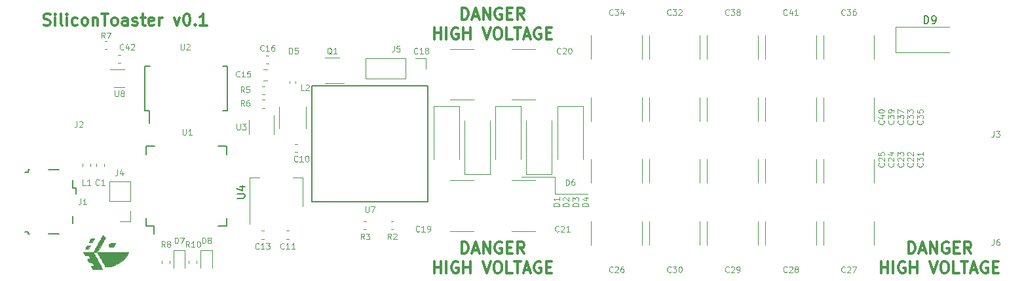
<source format=gbr>
G04 #@! TF.GenerationSoftware,KiCad,Pcbnew,5.0.2-bee76a0~70~ubuntu18.04.1*
G04 #@! TF.CreationDate,2019-10-29T17:05:40+01:00*
G04 #@! TF.ProjectId,emfi,656d6669-2e6b-4696-9361-645f70636258,0.1*
G04 #@! TF.SameCoordinates,Original*
G04 #@! TF.FileFunction,Legend,Top*
G04 #@! TF.FilePolarity,Positive*
%FSLAX46Y46*%
G04 Gerber Fmt 4.6, Leading zero omitted, Abs format (unit mm)*
G04 Created by KiCad (PCBNEW 5.0.2-bee76a0~70~ubuntu18.04.1) date mar. 29 oct. 2019 17:05:40 CET*
%MOMM*%
%LPD*%
G01*
G04 APERTURE LIST*
%ADD10C,0.300000*%
%ADD11C,0.125000*%
%ADD12C,0.120000*%
%ADD13C,0.010000*%
%ADD14C,0.150000*%
G04 APERTURE END LIST*
D10*
X157250000Y-61653571D02*
X157250000Y-60153571D01*
X157607142Y-60153571D01*
X157821428Y-60225000D01*
X157964285Y-60367857D01*
X158035714Y-60510714D01*
X158107142Y-60796428D01*
X158107142Y-61010714D01*
X158035714Y-61296428D01*
X157964285Y-61439285D01*
X157821428Y-61582142D01*
X157607142Y-61653571D01*
X157250000Y-61653571D01*
X158678571Y-61225000D02*
X159392857Y-61225000D01*
X158535714Y-61653571D02*
X159035714Y-60153571D01*
X159535714Y-61653571D01*
X160035714Y-61653571D02*
X160035714Y-60153571D01*
X160892857Y-61653571D01*
X160892857Y-60153571D01*
X162392857Y-60225000D02*
X162250000Y-60153571D01*
X162035714Y-60153571D01*
X161821428Y-60225000D01*
X161678571Y-60367857D01*
X161607142Y-60510714D01*
X161535714Y-60796428D01*
X161535714Y-61010714D01*
X161607142Y-61296428D01*
X161678571Y-61439285D01*
X161821428Y-61582142D01*
X162035714Y-61653571D01*
X162178571Y-61653571D01*
X162392857Y-61582142D01*
X162464285Y-61510714D01*
X162464285Y-61010714D01*
X162178571Y-61010714D01*
X163107142Y-60867857D02*
X163607142Y-60867857D01*
X163821428Y-61653571D02*
X163107142Y-61653571D01*
X163107142Y-60153571D01*
X163821428Y-60153571D01*
X165321428Y-61653571D02*
X164821428Y-60939285D01*
X164464285Y-61653571D02*
X164464285Y-60153571D01*
X165035714Y-60153571D01*
X165178571Y-60225000D01*
X165250000Y-60296428D01*
X165321428Y-60439285D01*
X165321428Y-60653571D01*
X165250000Y-60796428D01*
X165178571Y-60867857D01*
X165035714Y-60939285D01*
X164464285Y-60939285D01*
X153678571Y-64203571D02*
X153678571Y-62703571D01*
X153678571Y-63417857D02*
X154535714Y-63417857D01*
X154535714Y-64203571D02*
X154535714Y-62703571D01*
X155250000Y-64203571D02*
X155250000Y-62703571D01*
X156750000Y-62775000D02*
X156607142Y-62703571D01*
X156392857Y-62703571D01*
X156178571Y-62775000D01*
X156035714Y-62917857D01*
X155964285Y-63060714D01*
X155892857Y-63346428D01*
X155892857Y-63560714D01*
X155964285Y-63846428D01*
X156035714Y-63989285D01*
X156178571Y-64132142D01*
X156392857Y-64203571D01*
X156535714Y-64203571D01*
X156750000Y-64132142D01*
X156821428Y-64060714D01*
X156821428Y-63560714D01*
X156535714Y-63560714D01*
X157464285Y-64203571D02*
X157464285Y-62703571D01*
X157464285Y-63417857D02*
X158321428Y-63417857D01*
X158321428Y-64203571D02*
X158321428Y-62703571D01*
X159964285Y-62703571D02*
X160464285Y-64203571D01*
X160964285Y-62703571D01*
X161750000Y-62703571D02*
X162035714Y-62703571D01*
X162178571Y-62775000D01*
X162321428Y-62917857D01*
X162392857Y-63203571D01*
X162392857Y-63703571D01*
X162321428Y-63989285D01*
X162178571Y-64132142D01*
X162035714Y-64203571D01*
X161750000Y-64203571D01*
X161607142Y-64132142D01*
X161464285Y-63989285D01*
X161392857Y-63703571D01*
X161392857Y-63203571D01*
X161464285Y-62917857D01*
X161607142Y-62775000D01*
X161750000Y-62703571D01*
X163750000Y-64203571D02*
X163035714Y-64203571D01*
X163035714Y-62703571D01*
X164035714Y-62703571D02*
X164892857Y-62703571D01*
X164464285Y-64203571D02*
X164464285Y-62703571D01*
X165321428Y-63775000D02*
X166035714Y-63775000D01*
X165178571Y-64203571D02*
X165678571Y-62703571D01*
X166178571Y-64203571D01*
X167464285Y-62775000D02*
X167321428Y-62703571D01*
X167107142Y-62703571D01*
X166892857Y-62775000D01*
X166750000Y-62917857D01*
X166678571Y-63060714D01*
X166607142Y-63346428D01*
X166607142Y-63560714D01*
X166678571Y-63846428D01*
X166750000Y-63989285D01*
X166892857Y-64132142D01*
X167107142Y-64203571D01*
X167250000Y-64203571D01*
X167464285Y-64132142D01*
X167535714Y-64060714D01*
X167535714Y-63560714D01*
X167250000Y-63560714D01*
X168178571Y-63417857D02*
X168678571Y-63417857D01*
X168892857Y-64203571D02*
X168178571Y-64203571D01*
X168178571Y-62703571D01*
X168892857Y-62703571D01*
X99500000Y-31403571D02*
X99500000Y-29903571D01*
X99857142Y-29903571D01*
X100071428Y-29975000D01*
X100214285Y-30117857D01*
X100285714Y-30260714D01*
X100357142Y-30546428D01*
X100357142Y-30760714D01*
X100285714Y-31046428D01*
X100214285Y-31189285D01*
X100071428Y-31332142D01*
X99857142Y-31403571D01*
X99500000Y-31403571D01*
X100928571Y-30975000D02*
X101642857Y-30975000D01*
X100785714Y-31403571D02*
X101285714Y-29903571D01*
X101785714Y-31403571D01*
X102285714Y-31403571D02*
X102285714Y-29903571D01*
X103142857Y-31403571D01*
X103142857Y-29903571D01*
X104642857Y-29975000D02*
X104500000Y-29903571D01*
X104285714Y-29903571D01*
X104071428Y-29975000D01*
X103928571Y-30117857D01*
X103857142Y-30260714D01*
X103785714Y-30546428D01*
X103785714Y-30760714D01*
X103857142Y-31046428D01*
X103928571Y-31189285D01*
X104071428Y-31332142D01*
X104285714Y-31403571D01*
X104428571Y-31403571D01*
X104642857Y-31332142D01*
X104714285Y-31260714D01*
X104714285Y-30760714D01*
X104428571Y-30760714D01*
X105357142Y-30617857D02*
X105857142Y-30617857D01*
X106071428Y-31403571D02*
X105357142Y-31403571D01*
X105357142Y-29903571D01*
X106071428Y-29903571D01*
X107571428Y-31403571D02*
X107071428Y-30689285D01*
X106714285Y-31403571D02*
X106714285Y-29903571D01*
X107285714Y-29903571D01*
X107428571Y-29975000D01*
X107500000Y-30046428D01*
X107571428Y-30189285D01*
X107571428Y-30403571D01*
X107500000Y-30546428D01*
X107428571Y-30617857D01*
X107285714Y-30689285D01*
X106714285Y-30689285D01*
X95928571Y-33953571D02*
X95928571Y-32453571D01*
X95928571Y-33167857D02*
X96785714Y-33167857D01*
X96785714Y-33953571D02*
X96785714Y-32453571D01*
X97500000Y-33953571D02*
X97500000Y-32453571D01*
X99000000Y-32525000D02*
X98857142Y-32453571D01*
X98642857Y-32453571D01*
X98428571Y-32525000D01*
X98285714Y-32667857D01*
X98214285Y-32810714D01*
X98142857Y-33096428D01*
X98142857Y-33310714D01*
X98214285Y-33596428D01*
X98285714Y-33739285D01*
X98428571Y-33882142D01*
X98642857Y-33953571D01*
X98785714Y-33953571D01*
X99000000Y-33882142D01*
X99071428Y-33810714D01*
X99071428Y-33310714D01*
X98785714Y-33310714D01*
X99714285Y-33953571D02*
X99714285Y-32453571D01*
X99714285Y-33167857D02*
X100571428Y-33167857D01*
X100571428Y-33953571D02*
X100571428Y-32453571D01*
X102214285Y-32453571D02*
X102714285Y-33953571D01*
X103214285Y-32453571D01*
X104000000Y-32453571D02*
X104285714Y-32453571D01*
X104428571Y-32525000D01*
X104571428Y-32667857D01*
X104642857Y-32953571D01*
X104642857Y-33453571D01*
X104571428Y-33739285D01*
X104428571Y-33882142D01*
X104285714Y-33953571D01*
X104000000Y-33953571D01*
X103857142Y-33882142D01*
X103714285Y-33739285D01*
X103642857Y-33453571D01*
X103642857Y-32953571D01*
X103714285Y-32667857D01*
X103857142Y-32525000D01*
X104000000Y-32453571D01*
X106000000Y-33953571D02*
X105285714Y-33953571D01*
X105285714Y-32453571D01*
X106285714Y-32453571D02*
X107142857Y-32453571D01*
X106714285Y-33953571D02*
X106714285Y-32453571D01*
X107571428Y-33525000D02*
X108285714Y-33525000D01*
X107428571Y-33953571D02*
X107928571Y-32453571D01*
X108428571Y-33953571D01*
X109714285Y-32525000D02*
X109571428Y-32453571D01*
X109357142Y-32453571D01*
X109142857Y-32525000D01*
X109000000Y-32667857D01*
X108928571Y-32810714D01*
X108857142Y-33096428D01*
X108857142Y-33310714D01*
X108928571Y-33596428D01*
X109000000Y-33739285D01*
X109142857Y-33882142D01*
X109357142Y-33953571D01*
X109500000Y-33953571D01*
X109714285Y-33882142D01*
X109785714Y-33810714D01*
X109785714Y-33310714D01*
X109500000Y-33310714D01*
X110428571Y-33167857D02*
X110928571Y-33167857D01*
X111142857Y-33953571D02*
X110428571Y-33953571D01*
X110428571Y-32453571D01*
X111142857Y-32453571D01*
X99500000Y-61653571D02*
X99500000Y-60153571D01*
X99857142Y-60153571D01*
X100071428Y-60225000D01*
X100214285Y-60367857D01*
X100285714Y-60510714D01*
X100357142Y-60796428D01*
X100357142Y-61010714D01*
X100285714Y-61296428D01*
X100214285Y-61439285D01*
X100071428Y-61582142D01*
X99857142Y-61653571D01*
X99500000Y-61653571D01*
X100928571Y-61225000D02*
X101642857Y-61225000D01*
X100785714Y-61653571D02*
X101285714Y-60153571D01*
X101785714Y-61653571D01*
X102285714Y-61653571D02*
X102285714Y-60153571D01*
X103142857Y-61653571D01*
X103142857Y-60153571D01*
X104642857Y-60225000D02*
X104500000Y-60153571D01*
X104285714Y-60153571D01*
X104071428Y-60225000D01*
X103928571Y-60367857D01*
X103857142Y-60510714D01*
X103785714Y-60796428D01*
X103785714Y-61010714D01*
X103857142Y-61296428D01*
X103928571Y-61439285D01*
X104071428Y-61582142D01*
X104285714Y-61653571D01*
X104428571Y-61653571D01*
X104642857Y-61582142D01*
X104714285Y-61510714D01*
X104714285Y-61010714D01*
X104428571Y-61010714D01*
X105357142Y-60867857D02*
X105857142Y-60867857D01*
X106071428Y-61653571D02*
X105357142Y-61653571D01*
X105357142Y-60153571D01*
X106071428Y-60153571D01*
X107571428Y-61653571D02*
X107071428Y-60939285D01*
X106714285Y-61653571D02*
X106714285Y-60153571D01*
X107285714Y-60153571D01*
X107428571Y-60225000D01*
X107500000Y-60296428D01*
X107571428Y-60439285D01*
X107571428Y-60653571D01*
X107500000Y-60796428D01*
X107428571Y-60867857D01*
X107285714Y-60939285D01*
X106714285Y-60939285D01*
X95928571Y-64203571D02*
X95928571Y-62703571D01*
X95928571Y-63417857D02*
X96785714Y-63417857D01*
X96785714Y-64203571D02*
X96785714Y-62703571D01*
X97500000Y-64203571D02*
X97500000Y-62703571D01*
X99000000Y-62775000D02*
X98857142Y-62703571D01*
X98642857Y-62703571D01*
X98428571Y-62775000D01*
X98285714Y-62917857D01*
X98214285Y-63060714D01*
X98142857Y-63346428D01*
X98142857Y-63560714D01*
X98214285Y-63846428D01*
X98285714Y-63989285D01*
X98428571Y-64132142D01*
X98642857Y-64203571D01*
X98785714Y-64203571D01*
X99000000Y-64132142D01*
X99071428Y-64060714D01*
X99071428Y-63560714D01*
X98785714Y-63560714D01*
X99714285Y-64203571D02*
X99714285Y-62703571D01*
X99714285Y-63417857D02*
X100571428Y-63417857D01*
X100571428Y-64203571D02*
X100571428Y-62703571D01*
X102214285Y-62703571D02*
X102714285Y-64203571D01*
X103214285Y-62703571D01*
X104000000Y-62703571D02*
X104285714Y-62703571D01*
X104428571Y-62775000D01*
X104571428Y-62917857D01*
X104642857Y-63203571D01*
X104642857Y-63703571D01*
X104571428Y-63989285D01*
X104428571Y-64132142D01*
X104285714Y-64203571D01*
X104000000Y-64203571D01*
X103857142Y-64132142D01*
X103714285Y-63989285D01*
X103642857Y-63703571D01*
X103642857Y-63203571D01*
X103714285Y-62917857D01*
X103857142Y-62775000D01*
X104000000Y-62703571D01*
X106000000Y-64203571D02*
X105285714Y-64203571D01*
X105285714Y-62703571D01*
X106285714Y-62703571D02*
X107142857Y-62703571D01*
X106714285Y-64203571D02*
X106714285Y-62703571D01*
X107571428Y-63775000D02*
X108285714Y-63775000D01*
X107428571Y-64203571D02*
X107928571Y-62703571D01*
X108428571Y-64203571D01*
X109714285Y-62775000D02*
X109571428Y-62703571D01*
X109357142Y-62703571D01*
X109142857Y-62775000D01*
X109000000Y-62917857D01*
X108928571Y-63060714D01*
X108857142Y-63346428D01*
X108857142Y-63560714D01*
X108928571Y-63846428D01*
X109000000Y-63989285D01*
X109142857Y-64132142D01*
X109357142Y-64203571D01*
X109500000Y-64203571D01*
X109714285Y-64132142D01*
X109785714Y-64060714D01*
X109785714Y-63560714D01*
X109500000Y-63560714D01*
X110428571Y-63417857D02*
X110928571Y-63417857D01*
X111142857Y-64203571D02*
X110428571Y-64203571D01*
X110428571Y-62703571D01*
X111142857Y-62703571D01*
X45464285Y-32107142D02*
X45678571Y-32178571D01*
X46035714Y-32178571D01*
X46178571Y-32107142D01*
X46250000Y-32035714D01*
X46321428Y-31892857D01*
X46321428Y-31750000D01*
X46250000Y-31607142D01*
X46178571Y-31535714D01*
X46035714Y-31464285D01*
X45750000Y-31392857D01*
X45607142Y-31321428D01*
X45535714Y-31250000D01*
X45464285Y-31107142D01*
X45464285Y-30964285D01*
X45535714Y-30821428D01*
X45607142Y-30750000D01*
X45750000Y-30678571D01*
X46107142Y-30678571D01*
X46321428Y-30750000D01*
X46964285Y-32178571D02*
X46964285Y-31178571D01*
X46964285Y-30678571D02*
X46892857Y-30750000D01*
X46964285Y-30821428D01*
X47035714Y-30750000D01*
X46964285Y-30678571D01*
X46964285Y-30821428D01*
X47892857Y-32178571D02*
X47750000Y-32107142D01*
X47678571Y-31964285D01*
X47678571Y-30678571D01*
X48464285Y-32178571D02*
X48464285Y-31178571D01*
X48464285Y-30678571D02*
X48392857Y-30750000D01*
X48464285Y-30821428D01*
X48535714Y-30750000D01*
X48464285Y-30678571D01*
X48464285Y-30821428D01*
X49821428Y-32107142D02*
X49678571Y-32178571D01*
X49392857Y-32178571D01*
X49250000Y-32107142D01*
X49178571Y-32035714D01*
X49107142Y-31892857D01*
X49107142Y-31464285D01*
X49178571Y-31321428D01*
X49250000Y-31250000D01*
X49392857Y-31178571D01*
X49678571Y-31178571D01*
X49821428Y-31250000D01*
X50678571Y-32178571D02*
X50535714Y-32107142D01*
X50464285Y-32035714D01*
X50392857Y-31892857D01*
X50392857Y-31464285D01*
X50464285Y-31321428D01*
X50535714Y-31250000D01*
X50678571Y-31178571D01*
X50892857Y-31178571D01*
X51035714Y-31250000D01*
X51107142Y-31321428D01*
X51178571Y-31464285D01*
X51178571Y-31892857D01*
X51107142Y-32035714D01*
X51035714Y-32107142D01*
X50892857Y-32178571D01*
X50678571Y-32178571D01*
X51821428Y-31178571D02*
X51821428Y-32178571D01*
X51821428Y-31321428D02*
X51892857Y-31250000D01*
X52035714Y-31178571D01*
X52250000Y-31178571D01*
X52392857Y-31250000D01*
X52464285Y-31392857D01*
X52464285Y-32178571D01*
X52964285Y-30678571D02*
X53821428Y-30678571D01*
X53392857Y-32178571D02*
X53392857Y-30678571D01*
X54535714Y-32178571D02*
X54392857Y-32107142D01*
X54321428Y-32035714D01*
X54250000Y-31892857D01*
X54250000Y-31464285D01*
X54321428Y-31321428D01*
X54392857Y-31250000D01*
X54535714Y-31178571D01*
X54750000Y-31178571D01*
X54892857Y-31250000D01*
X54964285Y-31321428D01*
X55035714Y-31464285D01*
X55035714Y-31892857D01*
X54964285Y-32035714D01*
X54892857Y-32107142D01*
X54750000Y-32178571D01*
X54535714Y-32178571D01*
X56321428Y-32178571D02*
X56321428Y-31392857D01*
X56250000Y-31250000D01*
X56107142Y-31178571D01*
X55821428Y-31178571D01*
X55678571Y-31250000D01*
X56321428Y-32107142D02*
X56178571Y-32178571D01*
X55821428Y-32178571D01*
X55678571Y-32107142D01*
X55607142Y-31964285D01*
X55607142Y-31821428D01*
X55678571Y-31678571D01*
X55821428Y-31607142D01*
X56178571Y-31607142D01*
X56321428Y-31535714D01*
X56964285Y-32107142D02*
X57107142Y-32178571D01*
X57392857Y-32178571D01*
X57535714Y-32107142D01*
X57607142Y-31964285D01*
X57607142Y-31892857D01*
X57535714Y-31750000D01*
X57392857Y-31678571D01*
X57178571Y-31678571D01*
X57035714Y-31607142D01*
X56964285Y-31464285D01*
X56964285Y-31392857D01*
X57035714Y-31250000D01*
X57178571Y-31178571D01*
X57392857Y-31178571D01*
X57535714Y-31250000D01*
X58035714Y-31178571D02*
X58607142Y-31178571D01*
X58250000Y-30678571D02*
X58250000Y-31964285D01*
X58321428Y-32107142D01*
X58464285Y-32178571D01*
X58607142Y-32178571D01*
X59678571Y-32107142D02*
X59535714Y-32178571D01*
X59250000Y-32178571D01*
X59107142Y-32107142D01*
X59035714Y-31964285D01*
X59035714Y-31392857D01*
X59107142Y-31250000D01*
X59250000Y-31178571D01*
X59535714Y-31178571D01*
X59678571Y-31250000D01*
X59750000Y-31392857D01*
X59750000Y-31535714D01*
X59035714Y-31678571D01*
X60392857Y-32178571D02*
X60392857Y-31178571D01*
X60392857Y-31464285D02*
X60464285Y-31321428D01*
X60535714Y-31250000D01*
X60678571Y-31178571D01*
X60821428Y-31178571D01*
X62321428Y-31178571D02*
X62678571Y-32178571D01*
X63035714Y-31178571D01*
X63892857Y-30678571D02*
X64035714Y-30678571D01*
X64178571Y-30750000D01*
X64250000Y-30821428D01*
X64321428Y-30964285D01*
X64392857Y-31250000D01*
X64392857Y-31607142D01*
X64321428Y-31892857D01*
X64250000Y-32035714D01*
X64178571Y-32107142D01*
X64035714Y-32178571D01*
X63892857Y-32178571D01*
X63750000Y-32107142D01*
X63678571Y-32035714D01*
X63607142Y-31892857D01*
X63535714Y-31607142D01*
X63535714Y-31250000D01*
X63607142Y-30964285D01*
X63678571Y-30821428D01*
X63750000Y-30750000D01*
X63892857Y-30678571D01*
X65035714Y-32035714D02*
X65107142Y-32107142D01*
X65035714Y-32178571D01*
X64964285Y-32107142D01*
X65035714Y-32035714D01*
X65035714Y-32178571D01*
X66535714Y-32178571D02*
X65678571Y-32178571D01*
X66107142Y-32178571D02*
X66107142Y-30678571D01*
X65964285Y-30892857D01*
X65821428Y-31035714D01*
X65678571Y-31107142D01*
D11*
X111500000Y-51750000D02*
X107250000Y-51750000D01*
X111500000Y-54000000D02*
X111500000Y-51750000D01*
X115750000Y-54000000D02*
X111500000Y-54000000D01*
D12*
G04 #@! TO.C,U4*
X78910000Y-51840000D02*
X77650000Y-51840000D01*
X72090000Y-51840000D02*
X73350000Y-51840000D01*
X78910000Y-55600000D02*
X78910000Y-51840000D01*
X72090000Y-57850000D02*
X72090000Y-51840000D01*
G04 #@! TO.C,C42*
X55087221Y-35990000D02*
X55412779Y-35990000D01*
X55087221Y-37010000D02*
X55412779Y-37010000D01*
G04 #@! TO.C,U8*
X55950000Y-37840000D02*
X54050000Y-37840000D01*
X54550000Y-40160000D02*
X55950000Y-40160000D01*
G04 #@! TO.C,D9*
X155600000Y-32350000D02*
X155600000Y-35650000D01*
X155600000Y-35650000D02*
X162500000Y-35650000D01*
X155600000Y-32350000D02*
X162500000Y-32350000D01*
D13*
G04 #@! TO.C,LOGO1*
G36*
X54394903Y-61500000D02*
X56395600Y-61500000D01*
X56395367Y-61534925D01*
X56390507Y-61562166D01*
X56377722Y-61605083D01*
X56359371Y-61656130D01*
X56350727Y-61677800D01*
X56263797Y-61858814D01*
X56152773Y-62038665D01*
X56018949Y-62215510D01*
X55863621Y-62387504D01*
X55824906Y-62426266D01*
X55617539Y-62612391D01*
X55393433Y-62779996D01*
X55153902Y-62928430D01*
X54900262Y-63057039D01*
X54633827Y-63165169D01*
X54355914Y-63252167D01*
X54067836Y-63317381D01*
X54010293Y-63327553D01*
X53957730Y-63335444D01*
X53892725Y-63343700D01*
X53819507Y-63351950D01*
X53742307Y-63359819D01*
X53665353Y-63366935D01*
X53592876Y-63372926D01*
X53529106Y-63377417D01*
X53478272Y-63380037D01*
X53444605Y-63380412D01*
X53432462Y-63378502D01*
X53425787Y-63366767D01*
X53407936Y-63334801D01*
X53380016Y-63284605D01*
X53343134Y-63218180D01*
X53298398Y-63137528D01*
X53246914Y-63044649D01*
X53189790Y-62941545D01*
X53128133Y-62830217D01*
X53063050Y-62712667D01*
X52995649Y-62590894D01*
X52927037Y-62466902D01*
X52858320Y-62342689D01*
X52790607Y-62220259D01*
X52725004Y-62101612D01*
X52662619Y-61988749D01*
X52604559Y-61883672D01*
X52551931Y-61788382D01*
X52505842Y-61704879D01*
X52467400Y-61635165D01*
X52437711Y-61581241D01*
X52417884Y-61545109D01*
X52409025Y-61528770D01*
X52408924Y-61528575D01*
X52394206Y-61500001D01*
X54394903Y-61500000D01*
X54394903Y-61500000D01*
G37*
X54394903Y-61500000D02*
X56395600Y-61500000D01*
X56395367Y-61534925D01*
X56390507Y-61562166D01*
X56377722Y-61605083D01*
X56359371Y-61656130D01*
X56350727Y-61677800D01*
X56263797Y-61858814D01*
X56152773Y-62038665D01*
X56018949Y-62215510D01*
X55863621Y-62387504D01*
X55824906Y-62426266D01*
X55617539Y-62612391D01*
X55393433Y-62779996D01*
X55153902Y-62928430D01*
X54900262Y-63057039D01*
X54633827Y-63165169D01*
X54355914Y-63252167D01*
X54067836Y-63317381D01*
X54010293Y-63327553D01*
X53957730Y-63335444D01*
X53892725Y-63343700D01*
X53819507Y-63351950D01*
X53742307Y-63359819D01*
X53665353Y-63366935D01*
X53592876Y-63372926D01*
X53529106Y-63377417D01*
X53478272Y-63380037D01*
X53444605Y-63380412D01*
X53432462Y-63378502D01*
X53425787Y-63366767D01*
X53407936Y-63334801D01*
X53380016Y-63284605D01*
X53343134Y-63218180D01*
X53298398Y-63137528D01*
X53246914Y-63044649D01*
X53189790Y-62941545D01*
X53128133Y-62830217D01*
X53063050Y-62712667D01*
X52995649Y-62590894D01*
X52927037Y-62466902D01*
X52858320Y-62342689D01*
X52790607Y-62220259D01*
X52725004Y-62101612D01*
X52662619Y-61988749D01*
X52604559Y-61883672D01*
X52551931Y-61788382D01*
X52505842Y-61704879D01*
X52467400Y-61635165D01*
X52437711Y-61581241D01*
X52417884Y-61545109D01*
X52409025Y-61528770D01*
X52408924Y-61528575D01*
X52394206Y-61500001D01*
X54394903Y-61500000D01*
G36*
X53844237Y-60585764D02*
X53871905Y-60525522D01*
X53918017Y-60466822D01*
X53981291Y-60412417D01*
X54060447Y-60365057D01*
X54064000Y-60363312D01*
X54114309Y-60340961D01*
X54164025Y-60324316D01*
X54217688Y-60312807D01*
X54279840Y-60305867D01*
X54355022Y-60302924D01*
X54447775Y-60303410D01*
X54525290Y-60305475D01*
X54744130Y-60312550D01*
X54509650Y-60829200D01*
X54262000Y-60823284D01*
X54162088Y-60820216D01*
X54083805Y-60815860D01*
X54023388Y-60809467D01*
X53977070Y-60800290D01*
X53941087Y-60787578D01*
X53911674Y-60770583D01*
X53885067Y-60748556D01*
X53884716Y-60748227D01*
X53849361Y-60699868D01*
X53836296Y-60644796D01*
X53844237Y-60585764D01*
X53844237Y-60585764D01*
G37*
X53844237Y-60585764D02*
X53871905Y-60525522D01*
X53918017Y-60466822D01*
X53981291Y-60412417D01*
X54060447Y-60365057D01*
X54064000Y-60363312D01*
X54114309Y-60340961D01*
X54164025Y-60324316D01*
X54217688Y-60312807D01*
X54279840Y-60305867D01*
X54355022Y-60302924D01*
X54447775Y-60303410D01*
X54525290Y-60305475D01*
X54744130Y-60312550D01*
X54509650Y-60829200D01*
X54262000Y-60823284D01*
X54162088Y-60820216D01*
X54083805Y-60815860D01*
X54023388Y-60809467D01*
X53977070Y-60800290D01*
X53941087Y-60787578D01*
X53911674Y-60770583D01*
X53885067Y-60748556D01*
X53884716Y-60748227D01*
X53849361Y-60699868D01*
X53836296Y-60644796D01*
X53844237Y-60585764D01*
G36*
X51893073Y-61474230D02*
X51910307Y-61441499D01*
X51937772Y-61390286D01*
X51974440Y-61322462D01*
X52019283Y-61239903D01*
X52071270Y-61144480D01*
X52129374Y-61038067D01*
X52192565Y-60922537D01*
X52259815Y-60799763D01*
X52330094Y-60671619D01*
X52402375Y-60539977D01*
X52475627Y-60406711D01*
X52548822Y-60273694D01*
X52620932Y-60142798D01*
X52690927Y-60015898D01*
X52757778Y-59894866D01*
X52820457Y-59781576D01*
X52877935Y-59677901D01*
X52929183Y-59585713D01*
X52973172Y-59506886D01*
X53008873Y-59443293D01*
X53027241Y-59410850D01*
X53051960Y-59370179D01*
X53073009Y-59340552D01*
X53086764Y-59326919D01*
X53088887Y-59326672D01*
X53102744Y-59336646D01*
X53131041Y-59359767D01*
X53169994Y-59392720D01*
X53215820Y-59432186D01*
X53264737Y-59474849D01*
X53312961Y-59517391D01*
X53356708Y-59556496D01*
X53392195Y-59588847D01*
X53415640Y-59611125D01*
X53423320Y-59619894D01*
X53417221Y-59631782D01*
X53399674Y-59664228D01*
X53371584Y-59715599D01*
X53333853Y-59784256D01*
X53287385Y-59868566D01*
X53233082Y-59966891D01*
X53171848Y-60077595D01*
X53104586Y-60199044D01*
X53032199Y-60329600D01*
X52955591Y-60467629D01*
X52904170Y-60560200D01*
X52385500Y-61493650D01*
X52136300Y-61497094D01*
X52041004Y-61497867D01*
X51969762Y-61497172D01*
X51921267Y-61494953D01*
X51894213Y-61491156D01*
X51887100Y-61486606D01*
X51893073Y-61474230D01*
X51893073Y-61474230D01*
G37*
X51893073Y-61474230D02*
X51910307Y-61441499D01*
X51937772Y-61390286D01*
X51974440Y-61322462D01*
X52019283Y-61239903D01*
X52071270Y-61144480D01*
X52129374Y-61038067D01*
X52192565Y-60922537D01*
X52259815Y-60799763D01*
X52330094Y-60671619D01*
X52402375Y-60539977D01*
X52475627Y-60406711D01*
X52548822Y-60273694D01*
X52620932Y-60142798D01*
X52690927Y-60015898D01*
X52757778Y-59894866D01*
X52820457Y-59781576D01*
X52877935Y-59677901D01*
X52929183Y-59585713D01*
X52973172Y-59506886D01*
X53008873Y-59443293D01*
X53027241Y-59410850D01*
X53051960Y-59370179D01*
X53073009Y-59340552D01*
X53086764Y-59326919D01*
X53088887Y-59326672D01*
X53102744Y-59336646D01*
X53131041Y-59359767D01*
X53169994Y-59392720D01*
X53215820Y-59432186D01*
X53264737Y-59474849D01*
X53312961Y-59517391D01*
X53356708Y-59556496D01*
X53392195Y-59588847D01*
X53415640Y-59611125D01*
X53423320Y-59619894D01*
X53417221Y-59631782D01*
X53399674Y-59664228D01*
X53371584Y-59715599D01*
X53333853Y-59784256D01*
X53287385Y-59868566D01*
X53233082Y-59966891D01*
X53171848Y-60077595D01*
X53104586Y-60199044D01*
X53032199Y-60329600D01*
X52955591Y-60467629D01*
X52904170Y-60560200D01*
X52385500Y-61493650D01*
X52136300Y-61497094D01*
X52041004Y-61497867D01*
X51969762Y-61497172D01*
X51921267Y-61494953D01*
X51894213Y-61491156D01*
X51887100Y-61486606D01*
X51893073Y-61474230D01*
G36*
X51231167Y-61503057D02*
X51355854Y-61502598D01*
X51472775Y-61502532D01*
X51579484Y-61502833D01*
X51673533Y-61503478D01*
X51752476Y-61504443D01*
X51813865Y-61505702D01*
X51855253Y-61507234D01*
X51874194Y-61509012D01*
X51875084Y-61509407D01*
X51882460Y-61521845D01*
X51901037Y-61554681D01*
X51929787Y-61606052D01*
X51967683Y-61674092D01*
X52013696Y-61756937D01*
X52066799Y-61852724D01*
X52125964Y-61959588D01*
X52190163Y-62075665D01*
X52258368Y-62199091D01*
X52329552Y-62328001D01*
X52402686Y-62460532D01*
X52476743Y-62594818D01*
X52550695Y-62728997D01*
X52623514Y-62861203D01*
X52694173Y-62989572D01*
X52761642Y-63112241D01*
X52824896Y-63227345D01*
X52882905Y-63333019D01*
X52934642Y-63427400D01*
X52979080Y-63508624D01*
X53015189Y-63574825D01*
X53041943Y-63624141D01*
X53058314Y-63654706D01*
X53063259Y-63664444D01*
X53063098Y-63669006D01*
X53057468Y-63672823D01*
X53044350Y-63675959D01*
X53021727Y-63678481D01*
X52987582Y-63680453D01*
X52939897Y-63681941D01*
X52876656Y-63683009D01*
X52795841Y-63683724D01*
X52695434Y-63684151D01*
X52573419Y-63684354D01*
X52446681Y-63684400D01*
X51822445Y-63684400D01*
X51794058Y-63655825D01*
X51777818Y-63634545D01*
X51753614Y-63596795D01*
X51724078Y-63547346D01*
X51691842Y-63490969D01*
X51659539Y-63432435D01*
X51629801Y-63376514D01*
X51605260Y-63327978D01*
X51588549Y-63291596D01*
X51582300Y-63272140D01*
X51582299Y-63272041D01*
X51585402Y-63264760D01*
X51596988Y-63259519D01*
X51620475Y-63255999D01*
X51659279Y-63253884D01*
X51716819Y-63252857D01*
X51791850Y-63252600D01*
X51861588Y-63252150D01*
X51921496Y-63250902D01*
X51967389Y-63249015D01*
X51995081Y-63246645D01*
X52001400Y-63244729D01*
X51995564Y-63231652D01*
X51979314Y-63199910D01*
X51954532Y-63153059D01*
X51923102Y-63094659D01*
X51886908Y-63028266D01*
X51883925Y-63022827D01*
X51766450Y-62808797D01*
X51556550Y-62808449D01*
X51472819Y-62807787D01*
X51410957Y-62805933D01*
X51367452Y-62802607D01*
X51338789Y-62797527D01*
X51321455Y-62790414D01*
X51320205Y-62789577D01*
X51304339Y-62771763D01*
X51280640Y-62736939D01*
X51251600Y-62689671D01*
X51219710Y-62634523D01*
X51187461Y-62576059D01*
X51157344Y-62518844D01*
X51131851Y-62467443D01*
X51113472Y-62426421D01*
X51104699Y-62400340D01*
X51104605Y-62394534D01*
X51111742Y-62387483D01*
X51129162Y-62382436D01*
X51160263Y-62379098D01*
X51208443Y-62377176D01*
X51277101Y-62376374D01*
X51315201Y-62376300D01*
X51383831Y-62375740D01*
X51442523Y-62374190D01*
X51487046Y-62371850D01*
X51513167Y-62368917D01*
X51518273Y-62366775D01*
X51512175Y-62353198D01*
X51495522Y-62321117D01*
X51470255Y-62274142D01*
X51438317Y-62215881D01*
X51401649Y-62149945D01*
X51400392Y-62147700D01*
X51283037Y-61938150D01*
X51064781Y-61931800D01*
X50981898Y-61928988D01*
X50920832Y-61925811D01*
X50877999Y-61921866D01*
X50849816Y-61916752D01*
X50832699Y-61910067D01*
X50826143Y-61905028D01*
X50813372Y-61887438D01*
X50790954Y-61851705D01*
X50761381Y-61801998D01*
X50727147Y-61742485D01*
X50700776Y-61695478D01*
X50595791Y-61506350D01*
X51231167Y-61503057D01*
X51231167Y-61503057D01*
G37*
X51231167Y-61503057D02*
X51355854Y-61502598D01*
X51472775Y-61502532D01*
X51579484Y-61502833D01*
X51673533Y-61503478D01*
X51752476Y-61504443D01*
X51813865Y-61505702D01*
X51855253Y-61507234D01*
X51874194Y-61509012D01*
X51875084Y-61509407D01*
X51882460Y-61521845D01*
X51901037Y-61554681D01*
X51929787Y-61606052D01*
X51967683Y-61674092D01*
X52013696Y-61756937D01*
X52066799Y-61852724D01*
X52125964Y-61959588D01*
X52190163Y-62075665D01*
X52258368Y-62199091D01*
X52329552Y-62328001D01*
X52402686Y-62460532D01*
X52476743Y-62594818D01*
X52550695Y-62728997D01*
X52623514Y-62861203D01*
X52694173Y-62989572D01*
X52761642Y-63112241D01*
X52824896Y-63227345D01*
X52882905Y-63333019D01*
X52934642Y-63427400D01*
X52979080Y-63508624D01*
X53015189Y-63574825D01*
X53041943Y-63624141D01*
X53058314Y-63654706D01*
X53063259Y-63664444D01*
X53063098Y-63669006D01*
X53057468Y-63672823D01*
X53044350Y-63675959D01*
X53021727Y-63678481D01*
X52987582Y-63680453D01*
X52939897Y-63681941D01*
X52876656Y-63683009D01*
X52795841Y-63683724D01*
X52695434Y-63684151D01*
X52573419Y-63684354D01*
X52446681Y-63684400D01*
X51822445Y-63684400D01*
X51794058Y-63655825D01*
X51777818Y-63634545D01*
X51753614Y-63596795D01*
X51724078Y-63547346D01*
X51691842Y-63490969D01*
X51659539Y-63432435D01*
X51629801Y-63376514D01*
X51605260Y-63327978D01*
X51588549Y-63291596D01*
X51582300Y-63272140D01*
X51582299Y-63272041D01*
X51585402Y-63264760D01*
X51596988Y-63259519D01*
X51620475Y-63255999D01*
X51659279Y-63253884D01*
X51716819Y-63252857D01*
X51791850Y-63252600D01*
X51861588Y-63252150D01*
X51921496Y-63250902D01*
X51967389Y-63249015D01*
X51995081Y-63246645D01*
X52001400Y-63244729D01*
X51995564Y-63231652D01*
X51979314Y-63199910D01*
X51954532Y-63153059D01*
X51923102Y-63094659D01*
X51886908Y-63028266D01*
X51883925Y-63022827D01*
X51766450Y-62808797D01*
X51556550Y-62808449D01*
X51472819Y-62807787D01*
X51410957Y-62805933D01*
X51367452Y-62802607D01*
X51338789Y-62797527D01*
X51321455Y-62790414D01*
X51320205Y-62789577D01*
X51304339Y-62771763D01*
X51280640Y-62736939D01*
X51251600Y-62689671D01*
X51219710Y-62634523D01*
X51187461Y-62576059D01*
X51157344Y-62518844D01*
X51131851Y-62467443D01*
X51113472Y-62426421D01*
X51104699Y-62400340D01*
X51104605Y-62394534D01*
X51111742Y-62387483D01*
X51129162Y-62382436D01*
X51160263Y-62379098D01*
X51208443Y-62377176D01*
X51277101Y-62376374D01*
X51315201Y-62376300D01*
X51383831Y-62375740D01*
X51442523Y-62374190D01*
X51487046Y-62371850D01*
X51513167Y-62368917D01*
X51518273Y-62366775D01*
X51512175Y-62353198D01*
X51495522Y-62321117D01*
X51470255Y-62274142D01*
X51438317Y-62215881D01*
X51401649Y-62149945D01*
X51400392Y-62147700D01*
X51283037Y-61938150D01*
X51064781Y-61931800D01*
X50981898Y-61928988D01*
X50920832Y-61925811D01*
X50877999Y-61921866D01*
X50849816Y-61916752D01*
X50832699Y-61910067D01*
X50826143Y-61905028D01*
X50813372Y-61887438D01*
X50790954Y-61851705D01*
X50761381Y-61801998D01*
X50727147Y-61742485D01*
X50700776Y-61695478D01*
X50595791Y-61506350D01*
X51231167Y-61503057D01*
G36*
X51321460Y-60185837D02*
X51337863Y-60155983D01*
X51362950Y-60110590D01*
X51394883Y-60052983D01*
X51431824Y-59986486D01*
X51440861Y-59970237D01*
X51566123Y-59745071D01*
X51780085Y-59746793D01*
X51850894Y-59747545D01*
X51912200Y-59748541D01*
X51959775Y-59749685D01*
X51989395Y-59750880D01*
X51997297Y-59751764D01*
X51992497Y-59763350D01*
X51977205Y-59793709D01*
X51953232Y-59839395D01*
X51922391Y-59896958D01*
X51886492Y-59962952D01*
X51882475Y-59970282D01*
X51764404Y-60185550D01*
X51539982Y-60191900D01*
X51467681Y-60193870D01*
X51405065Y-60195430D01*
X51356177Y-60196492D01*
X51325057Y-60196967D01*
X51315580Y-60196827D01*
X51321460Y-60185837D01*
X51321460Y-60185837D01*
G37*
X51321460Y-60185837D02*
X51337863Y-60155983D01*
X51362950Y-60110590D01*
X51394883Y-60052983D01*
X51431824Y-59986486D01*
X51440861Y-59970237D01*
X51566123Y-59745071D01*
X51780085Y-59746793D01*
X51850894Y-59747545D01*
X51912200Y-59748541D01*
X51959775Y-59749685D01*
X51989395Y-59750880D01*
X51997297Y-59751764D01*
X51992497Y-59763350D01*
X51977205Y-59793709D01*
X51953232Y-59839395D01*
X51922391Y-59896958D01*
X51886492Y-59962952D01*
X51882475Y-59970282D01*
X51764404Y-60185550D01*
X51539982Y-60191900D01*
X51467681Y-60193870D01*
X51405065Y-60195430D01*
X51356177Y-60196492D01*
X51325057Y-60196967D01*
X51315580Y-60196827D01*
X51321460Y-60185837D01*
G36*
X50838901Y-61060718D02*
X50855395Y-61029256D01*
X50880665Y-60982354D01*
X50912895Y-60923374D01*
X50950269Y-60855678D01*
X50962782Y-60833148D01*
X51012200Y-60745790D01*
X51050952Y-60680660D01*
X51079448Y-60637125D01*
X51098096Y-60614555D01*
X51106556Y-60611421D01*
X51123534Y-60615628D01*
X51161200Y-60619620D01*
X51214841Y-60623063D01*
X51279745Y-60625621D01*
X51319185Y-60626541D01*
X51517824Y-60630050D01*
X51284102Y-61055500D01*
X51091127Y-61055500D01*
X51021077Y-61056298D01*
X50957833Y-61058492D01*
X50906796Y-61061788D01*
X50873363Y-61065887D01*
X50865576Y-61067886D01*
X50842032Y-61074697D01*
X50833000Y-61073380D01*
X50838901Y-61060718D01*
X50838901Y-61060718D01*
G37*
X50838901Y-61060718D02*
X50855395Y-61029256D01*
X50880665Y-60982354D01*
X50912895Y-60923374D01*
X50950269Y-60855678D01*
X50962782Y-60833148D01*
X51012200Y-60745790D01*
X51050952Y-60680660D01*
X51079448Y-60637125D01*
X51098096Y-60614555D01*
X51106556Y-60611421D01*
X51123534Y-60615628D01*
X51161200Y-60619620D01*
X51214841Y-60623063D01*
X51279745Y-60625621D01*
X51319185Y-60626541D01*
X51517824Y-60630050D01*
X51284102Y-61055500D01*
X51091127Y-61055500D01*
X51021077Y-61056298D01*
X50957833Y-61058492D01*
X50906796Y-61061788D01*
X50873363Y-61065887D01*
X50865576Y-61067886D01*
X50842032Y-61074697D01*
X50833000Y-61073380D01*
X50838901Y-61060718D01*
D12*
G04 #@! TO.C,R10*
X65260000Y-62912779D02*
X65260000Y-62587221D01*
X64240000Y-62912779D02*
X64240000Y-62587221D01*
G04 #@! TO.C,R8*
X60740000Y-62912779D02*
X60740000Y-62587221D01*
X61760000Y-62912779D02*
X61760000Y-62587221D01*
G04 #@! TO.C,D7*
X62265000Y-61265000D02*
X62265000Y-63550000D01*
X63735000Y-61265000D02*
X62265000Y-61265000D01*
X63735000Y-63550000D02*
X63735000Y-61265000D01*
G04 #@! TO.C,D8*
X67235000Y-63550000D02*
X67235000Y-61265000D01*
X67235000Y-61265000D02*
X65765000Y-61265000D01*
X65765000Y-61265000D02*
X65765000Y-63550000D01*
G04 #@! TO.C,C36*
X146215000Y-33477631D02*
X146215000Y-36522369D01*
X152785000Y-33477631D02*
X152785000Y-36522369D01*
G04 #@! TO.C,C39*
X123715000Y-44522369D02*
X123715000Y-41477631D01*
X130285000Y-44522369D02*
X130285000Y-41477631D01*
G04 #@! TO.C,C40*
X122785000Y-44522369D02*
X122785000Y-41477631D01*
X116215000Y-44522369D02*
X116215000Y-41477631D01*
G04 #@! TO.C,C41*
X145285000Y-33477631D02*
X145285000Y-36522369D01*
X138715000Y-33477631D02*
X138715000Y-36522369D01*
G04 #@! TO.C,C37*
X137785000Y-44522369D02*
X137785000Y-41477631D01*
X131215000Y-44522369D02*
X131215000Y-41477631D01*
G04 #@! TO.C,C32*
X130285000Y-33477631D02*
X130285000Y-36522369D01*
X123715000Y-33477631D02*
X123715000Y-36522369D01*
G04 #@! TO.C,C38*
X131215000Y-33477631D02*
X131215000Y-36522369D01*
X137785000Y-33477631D02*
X137785000Y-36522369D01*
G04 #@! TO.C,C33*
X138715000Y-44522369D02*
X138715000Y-41477631D01*
X145285000Y-44522369D02*
X145285000Y-41477631D01*
G04 #@! TO.C,C34*
X116215000Y-33477631D02*
X116215000Y-36522369D01*
X122785000Y-33477631D02*
X122785000Y-36522369D01*
G04 #@! TO.C,C35*
X146215000Y-44522369D02*
X146215000Y-41477631D01*
X152785000Y-44522369D02*
X152785000Y-41477631D01*
G04 #@! TO.C,C26*
X122785000Y-60522369D02*
X122785000Y-57477631D01*
X116215000Y-60522369D02*
X116215000Y-57477631D01*
G04 #@! TO.C,C27*
X146215000Y-60522369D02*
X146215000Y-57477631D01*
X152785000Y-60522369D02*
X152785000Y-57477631D01*
G04 #@! TO.C,C31*
X146215000Y-49477631D02*
X146215000Y-52522369D01*
X152785000Y-49477631D02*
X152785000Y-52522369D01*
G04 #@! TO.C,C30*
X123715000Y-60522369D02*
X123715000Y-57477631D01*
X130285000Y-60522369D02*
X130285000Y-57477631D01*
G04 #@! TO.C,C28*
X145285000Y-60522369D02*
X145285000Y-57477631D01*
X138715000Y-60522369D02*
X138715000Y-57477631D01*
G04 #@! TO.C,C29*
X131215000Y-60522369D02*
X131215000Y-57477631D01*
X137785000Y-60522369D02*
X137785000Y-57477631D01*
G04 #@! TO.C,D6*
X115150000Y-42600000D02*
X111850000Y-42600000D01*
X111850000Y-42600000D02*
X111850000Y-49500000D01*
X115150000Y-42600000D02*
X115150000Y-49500000D01*
D14*
G04 #@! TO.C,U7*
X80130000Y-54990000D02*
X80130000Y-39990000D01*
X80130000Y-39990000D02*
X95130000Y-39990000D01*
X95130000Y-39990000D02*
X95130000Y-54990000D01*
X95130000Y-54990000D02*
X80130000Y-54990000D01*
D12*
G04 #@! TO.C,R5*
X74051779Y-40055607D02*
X73726221Y-40055607D01*
X74051779Y-41075607D02*
X73726221Y-41075607D01*
G04 #@! TO.C,R6*
X73726221Y-41805607D02*
X74051779Y-41805607D01*
X73726221Y-42825607D02*
X74051779Y-42825607D01*
G04 #@! TO.C,J5*
X94830000Y-36420000D02*
X94830000Y-37750000D01*
X93500000Y-36420000D02*
X94830000Y-36420000D01*
X92230000Y-36420000D02*
X92230000Y-39080000D01*
X92230000Y-39080000D02*
X87090000Y-39080000D01*
X92230000Y-36420000D02*
X87090000Y-36420000D01*
X87090000Y-36420000D02*
X87090000Y-39080000D01*
G04 #@! TO.C,C10*
X78262779Y-48510000D02*
X77937221Y-48510000D01*
X78262779Y-47490000D02*
X77937221Y-47490000D01*
G04 #@! TO.C,C11*
X77162779Y-58740000D02*
X76837221Y-58740000D01*
X77162779Y-59760000D02*
X76837221Y-59760000D01*
G04 #@! TO.C,C13*
X73912779Y-58740000D02*
X73587221Y-58740000D01*
X73912779Y-59760000D02*
X73587221Y-59760000D01*
G04 #@! TO.C,C15*
X74397578Y-39275607D02*
X73880422Y-39275607D01*
X74397578Y-37855607D02*
X73880422Y-37855607D01*
G04 #@! TO.C,C21*
X109022369Y-52215000D02*
X105977631Y-52215000D01*
X109022369Y-58785000D02*
X105977631Y-58785000D01*
G04 #@! TO.C,C25*
X116215000Y-49477631D02*
X116215000Y-52522369D01*
X122785000Y-49477631D02*
X122785000Y-52522369D01*
G04 #@! TO.C,C19*
X97977631Y-58785000D02*
X101022369Y-58785000D01*
X97977631Y-52215000D02*
X101022369Y-52215000D01*
G04 #@! TO.C,C20*
X109022369Y-41785000D02*
X105977631Y-41785000D01*
X109022369Y-35215000D02*
X105977631Y-35215000D01*
G04 #@! TO.C,C24*
X123715000Y-49477631D02*
X123715000Y-52522369D01*
X130285000Y-49477631D02*
X130285000Y-52522369D01*
G04 #@! TO.C,C22*
X145285000Y-49477631D02*
X145285000Y-52522369D01*
X138715000Y-49477631D02*
X138715000Y-52522369D01*
G04 #@! TO.C,C18*
X101022369Y-35215000D02*
X97977631Y-35215000D01*
X101022369Y-41785000D02*
X97977631Y-41785000D01*
G04 #@! TO.C,C23*
X137785000Y-49477631D02*
X137785000Y-52522369D01*
X131215000Y-49477631D02*
X131215000Y-52522369D01*
G04 #@! TO.C,C16*
X74226221Y-37075607D02*
X74551779Y-37075607D01*
X74226221Y-36055607D02*
X74551779Y-36055607D01*
G04 #@! TO.C,C1*
X52240000Y-50087221D02*
X52240000Y-50412779D01*
X53260000Y-50087221D02*
X53260000Y-50412779D01*
G04 #@! TO.C,J4*
X56630000Y-52330000D02*
X53970000Y-52330000D01*
X56630000Y-54930000D02*
X56630000Y-52330000D01*
X53970000Y-54930000D02*
X53970000Y-52330000D01*
X56630000Y-54930000D02*
X53970000Y-54930000D01*
X56630000Y-56200000D02*
X56630000Y-57530000D01*
X56630000Y-57530000D02*
X55300000Y-57530000D01*
D14*
G04 #@! TO.C,J1*
X47450000Y-50850000D02*
X46050000Y-50850000D01*
X43650000Y-50850000D02*
X43500000Y-50850000D01*
X43500000Y-50850000D02*
X43500000Y-51150000D01*
X43500000Y-51150000D02*
X43050000Y-51150000D01*
X43050000Y-58850000D02*
X43500000Y-58850000D01*
X43500000Y-58850000D02*
X43500000Y-59150000D01*
X43500000Y-59150000D02*
X43650000Y-59150000D01*
X46050000Y-59150000D02*
X47450000Y-59150000D01*
X49625000Y-53925000D02*
X49625000Y-53200000D01*
X49625000Y-53200000D02*
X49200000Y-53200000D01*
X49200000Y-53200000D02*
X49200000Y-52200000D01*
X49200000Y-56800000D02*
X49200000Y-57800000D01*
D12*
G04 #@! TO.C,D5*
X77254000Y-39665607D02*
X77254000Y-39365607D01*
X78024000Y-39665607D02*
X78024000Y-39365607D01*
G04 #@! TO.C,D3*
X107150000Y-42600000D02*
X107150000Y-49500000D01*
X103850000Y-42600000D02*
X103850000Y-49500000D01*
X107150000Y-42600000D02*
X103850000Y-42600000D01*
G04 #@! TO.C,D2*
X99850000Y-51400000D02*
X103150000Y-51400000D01*
X103150000Y-51400000D02*
X103150000Y-44500000D01*
X99850000Y-51400000D02*
X99850000Y-44500000D01*
G04 #@! TO.C,D1*
X99150000Y-42600000D02*
X99150000Y-49500000D01*
X95850000Y-42600000D02*
X95850000Y-49500000D01*
X99150000Y-42600000D02*
X95850000Y-42600000D01*
G04 #@! TO.C,D4*
X107850000Y-51400000D02*
X111150000Y-51400000D01*
X111150000Y-51400000D02*
X111150000Y-44500000D01*
X107850000Y-51400000D02*
X107850000Y-44500000D01*
G04 #@! TO.C,L1*
X50490000Y-50412779D02*
X50490000Y-50087221D01*
X51510000Y-50412779D02*
X51510000Y-50087221D01*
G04 #@! TO.C,L2*
X75929000Y-45451859D02*
X75929000Y-42679355D01*
X79349000Y-45451859D02*
X79349000Y-42679355D01*
D14*
G04 #@! TO.C,U1*
X58725000Y-58125000D02*
X59725000Y-58125000D01*
X58725000Y-47775000D02*
X59800000Y-47775000D01*
X69075000Y-47775000D02*
X68000000Y-47775000D01*
X69075000Y-58125000D02*
X68000000Y-58125000D01*
X58725000Y-58125000D02*
X58725000Y-57050000D01*
X69075000Y-58125000D02*
X69075000Y-57050000D01*
X69075000Y-47775000D02*
X69075000Y-48850000D01*
X58725000Y-47775000D02*
X58725000Y-48850000D01*
X59725000Y-58125000D02*
X59725000Y-59150000D01*
G04 #@! TO.C,U2*
X58575000Y-43225000D02*
X59150000Y-43225000D01*
X58575000Y-37475000D02*
X59225000Y-37475000D01*
X69225000Y-37475000D02*
X68575000Y-37475000D01*
X69225000Y-43225000D02*
X68575000Y-43225000D01*
X58575000Y-43225000D02*
X58575000Y-37475000D01*
X69225000Y-43225000D02*
X69225000Y-37475000D01*
X59150000Y-43225000D02*
X59150000Y-44825000D01*
D12*
G04 #@! TO.C,U3*
X72029000Y-44415607D02*
X72029000Y-46215607D01*
X75249000Y-46215607D02*
X75249000Y-43765607D01*
G04 #@! TO.C,Q1*
X81850000Y-39610000D02*
X84300000Y-39610000D01*
X83650000Y-36390000D02*
X81850000Y-36390000D01*
G04 #@! TO.C,R3*
X87162779Y-57490000D02*
X86837221Y-57490000D01*
X87162779Y-58510000D02*
X86837221Y-58510000D01*
G04 #@! TO.C,R7*
X53337221Y-35260000D02*
X53662779Y-35260000D01*
X53337221Y-34240000D02*
X53662779Y-34240000D01*
G04 #@! TO.C,R2*
X90662779Y-57490000D02*
X90337221Y-57490000D01*
X90662779Y-58510000D02*
X90337221Y-58510000D01*
G04 #@! TO.C,U4*
D14*
X70452380Y-54511904D02*
X71261904Y-54511904D01*
X71357142Y-54464285D01*
X71404761Y-54416666D01*
X71452380Y-54321428D01*
X71452380Y-54130952D01*
X71404761Y-54035714D01*
X71357142Y-53988095D01*
X71261904Y-53940476D01*
X70452380Y-53940476D01*
X70785714Y-53035714D02*
X71452380Y-53035714D01*
X70404761Y-53273809D02*
X71119047Y-53511904D01*
X71119047Y-52892857D01*
G04 #@! TO.C,C42*
D11*
X55767857Y-35267857D02*
X55732142Y-35303571D01*
X55625000Y-35339285D01*
X55553571Y-35339285D01*
X55446428Y-35303571D01*
X55375000Y-35232142D01*
X55339285Y-35160714D01*
X55303571Y-35017857D01*
X55303571Y-34910714D01*
X55339285Y-34767857D01*
X55375000Y-34696428D01*
X55446428Y-34625000D01*
X55553571Y-34589285D01*
X55625000Y-34589285D01*
X55732142Y-34625000D01*
X55767857Y-34660714D01*
X56410714Y-34839285D02*
X56410714Y-35339285D01*
X56232142Y-34553571D02*
X56053571Y-35089285D01*
X56517857Y-35089285D01*
X56767857Y-34660714D02*
X56803571Y-34625000D01*
X56875000Y-34589285D01*
X57053571Y-34589285D01*
X57125000Y-34625000D01*
X57160714Y-34660714D01*
X57196428Y-34732142D01*
X57196428Y-34803571D01*
X57160714Y-34910714D01*
X56732142Y-35339285D01*
X57196428Y-35339285D01*
G04 #@! TO.C,U8*
X54678571Y-40589285D02*
X54678571Y-41196428D01*
X54714285Y-41267857D01*
X54750000Y-41303571D01*
X54821428Y-41339285D01*
X54964285Y-41339285D01*
X55035714Y-41303571D01*
X55071428Y-41267857D01*
X55107142Y-41196428D01*
X55107142Y-40589285D01*
X55571428Y-40910714D02*
X55500000Y-40875000D01*
X55464285Y-40839285D01*
X55428571Y-40767857D01*
X55428571Y-40732142D01*
X55464285Y-40660714D01*
X55500000Y-40625000D01*
X55571428Y-40589285D01*
X55714285Y-40589285D01*
X55785714Y-40625000D01*
X55821428Y-40660714D01*
X55857142Y-40732142D01*
X55857142Y-40767857D01*
X55821428Y-40839285D01*
X55785714Y-40875000D01*
X55714285Y-40910714D01*
X55571428Y-40910714D01*
X55500000Y-40946428D01*
X55464285Y-40982142D01*
X55428571Y-41053571D01*
X55428571Y-41196428D01*
X55464285Y-41267857D01*
X55500000Y-41303571D01*
X55571428Y-41339285D01*
X55714285Y-41339285D01*
X55785714Y-41303571D01*
X55821428Y-41267857D01*
X55857142Y-41196428D01*
X55857142Y-41053571D01*
X55821428Y-40982142D01*
X55785714Y-40946428D01*
X55714285Y-40910714D01*
G04 #@! TO.C,D9*
D14*
X159261904Y-31952380D02*
X159261904Y-30952380D01*
X159500000Y-30952380D01*
X159642857Y-31000000D01*
X159738095Y-31095238D01*
X159785714Y-31190476D01*
X159833333Y-31380952D01*
X159833333Y-31523809D01*
X159785714Y-31714285D01*
X159738095Y-31809523D01*
X159642857Y-31904761D01*
X159500000Y-31952380D01*
X159261904Y-31952380D01*
X160309523Y-31952380D02*
X160500000Y-31952380D01*
X160595238Y-31904761D01*
X160642857Y-31857142D01*
X160738095Y-31714285D01*
X160785714Y-31523809D01*
X160785714Y-31142857D01*
X160738095Y-31047619D01*
X160690476Y-31000000D01*
X160595238Y-30952380D01*
X160404761Y-30952380D01*
X160309523Y-31000000D01*
X160261904Y-31047619D01*
X160214285Y-31142857D01*
X160214285Y-31380952D01*
X160261904Y-31476190D01*
X160309523Y-31523809D01*
X160404761Y-31571428D01*
X160595238Y-31571428D01*
X160690476Y-31523809D01*
X160738095Y-31476190D01*
X160785714Y-31380952D01*
G04 #@! TO.C,J6*
D11*
X168250000Y-59839285D02*
X168250000Y-60375000D01*
X168214285Y-60482142D01*
X168142857Y-60553571D01*
X168035714Y-60589285D01*
X167964285Y-60589285D01*
X168928571Y-59839285D02*
X168785714Y-59839285D01*
X168714285Y-59875000D01*
X168678571Y-59910714D01*
X168607142Y-60017857D01*
X168571428Y-60160714D01*
X168571428Y-60446428D01*
X168607142Y-60517857D01*
X168642857Y-60553571D01*
X168714285Y-60589285D01*
X168857142Y-60589285D01*
X168928571Y-60553571D01*
X168964285Y-60517857D01*
X169000000Y-60446428D01*
X169000000Y-60267857D01*
X168964285Y-60196428D01*
X168928571Y-60160714D01*
X168857142Y-60125000D01*
X168714285Y-60125000D01*
X168642857Y-60160714D01*
X168607142Y-60196428D01*
X168571428Y-60267857D01*
G04 #@! TO.C,R10*
X64267857Y-60839285D02*
X64017857Y-60482142D01*
X63839285Y-60839285D02*
X63839285Y-60089285D01*
X64125000Y-60089285D01*
X64196428Y-60125000D01*
X64232142Y-60160714D01*
X64267857Y-60232142D01*
X64267857Y-60339285D01*
X64232142Y-60410714D01*
X64196428Y-60446428D01*
X64125000Y-60482142D01*
X63839285Y-60482142D01*
X64982142Y-60839285D02*
X64553571Y-60839285D01*
X64767857Y-60839285D02*
X64767857Y-60089285D01*
X64696428Y-60196428D01*
X64625000Y-60267857D01*
X64553571Y-60303571D01*
X65446428Y-60089285D02*
X65517857Y-60089285D01*
X65589285Y-60125000D01*
X65625000Y-60160714D01*
X65660714Y-60232142D01*
X65696428Y-60375000D01*
X65696428Y-60553571D01*
X65660714Y-60696428D01*
X65625000Y-60767857D01*
X65589285Y-60803571D01*
X65517857Y-60839285D01*
X65446428Y-60839285D01*
X65375000Y-60803571D01*
X65339285Y-60767857D01*
X65303571Y-60696428D01*
X65267857Y-60553571D01*
X65267857Y-60375000D01*
X65303571Y-60232142D01*
X65339285Y-60160714D01*
X65375000Y-60125000D01*
X65446428Y-60089285D01*
G04 #@! TO.C,R8*
X61125000Y-60839285D02*
X60875000Y-60482142D01*
X60696428Y-60839285D02*
X60696428Y-60089285D01*
X60982142Y-60089285D01*
X61053571Y-60125000D01*
X61089285Y-60160714D01*
X61125000Y-60232142D01*
X61125000Y-60339285D01*
X61089285Y-60410714D01*
X61053571Y-60446428D01*
X60982142Y-60482142D01*
X60696428Y-60482142D01*
X61553571Y-60410714D02*
X61482142Y-60375000D01*
X61446428Y-60339285D01*
X61410714Y-60267857D01*
X61410714Y-60232142D01*
X61446428Y-60160714D01*
X61482142Y-60125000D01*
X61553571Y-60089285D01*
X61696428Y-60089285D01*
X61767857Y-60125000D01*
X61803571Y-60160714D01*
X61839285Y-60232142D01*
X61839285Y-60267857D01*
X61803571Y-60339285D01*
X61767857Y-60375000D01*
X61696428Y-60410714D01*
X61553571Y-60410714D01*
X61482142Y-60446428D01*
X61446428Y-60482142D01*
X61410714Y-60553571D01*
X61410714Y-60696428D01*
X61446428Y-60767857D01*
X61482142Y-60803571D01*
X61553571Y-60839285D01*
X61696428Y-60839285D01*
X61767857Y-60803571D01*
X61803571Y-60767857D01*
X61839285Y-60696428D01*
X61839285Y-60553571D01*
X61803571Y-60482142D01*
X61767857Y-60446428D01*
X61696428Y-60410714D01*
G04 #@! TO.C,D7*
X62446428Y-60339285D02*
X62446428Y-59589285D01*
X62625000Y-59589285D01*
X62732142Y-59625000D01*
X62803571Y-59696428D01*
X62839285Y-59767857D01*
X62875000Y-59910714D01*
X62875000Y-60017857D01*
X62839285Y-60160714D01*
X62803571Y-60232142D01*
X62732142Y-60303571D01*
X62625000Y-60339285D01*
X62446428Y-60339285D01*
X63125000Y-59589285D02*
X63625000Y-59589285D01*
X63303571Y-60339285D01*
G04 #@! TO.C,D8*
X65946428Y-60339285D02*
X65946428Y-59589285D01*
X66125000Y-59589285D01*
X66232142Y-59625000D01*
X66303571Y-59696428D01*
X66339285Y-59767857D01*
X66375000Y-59910714D01*
X66375000Y-60017857D01*
X66339285Y-60160714D01*
X66303571Y-60232142D01*
X66232142Y-60303571D01*
X66125000Y-60339285D01*
X65946428Y-60339285D01*
X66803571Y-59910714D02*
X66732142Y-59875000D01*
X66696428Y-59839285D01*
X66660714Y-59767857D01*
X66660714Y-59732142D01*
X66696428Y-59660714D01*
X66732142Y-59625000D01*
X66803571Y-59589285D01*
X66946428Y-59589285D01*
X67017857Y-59625000D01*
X67053571Y-59660714D01*
X67089285Y-59732142D01*
X67089285Y-59767857D01*
X67053571Y-59839285D01*
X67017857Y-59875000D01*
X66946428Y-59910714D01*
X66803571Y-59910714D01*
X66732142Y-59946428D01*
X66696428Y-59982142D01*
X66660714Y-60053571D01*
X66660714Y-60196428D01*
X66696428Y-60267857D01*
X66732142Y-60303571D01*
X66803571Y-60339285D01*
X66946428Y-60339285D01*
X67017857Y-60303571D01*
X67053571Y-60267857D01*
X67089285Y-60196428D01*
X67089285Y-60053571D01*
X67053571Y-59982142D01*
X67017857Y-59946428D01*
X66946428Y-59910714D01*
G04 #@! TO.C,C36*
X149017857Y-30767857D02*
X148982142Y-30803571D01*
X148875000Y-30839285D01*
X148803571Y-30839285D01*
X148696428Y-30803571D01*
X148625000Y-30732142D01*
X148589285Y-30660714D01*
X148553571Y-30517857D01*
X148553571Y-30410714D01*
X148589285Y-30267857D01*
X148625000Y-30196428D01*
X148696428Y-30125000D01*
X148803571Y-30089285D01*
X148875000Y-30089285D01*
X148982142Y-30125000D01*
X149017857Y-30160714D01*
X149267857Y-30089285D02*
X149732142Y-30089285D01*
X149482142Y-30375000D01*
X149589285Y-30375000D01*
X149660714Y-30410714D01*
X149696428Y-30446428D01*
X149732142Y-30517857D01*
X149732142Y-30696428D01*
X149696428Y-30767857D01*
X149660714Y-30803571D01*
X149589285Y-30839285D01*
X149375000Y-30839285D01*
X149303571Y-30803571D01*
X149267857Y-30767857D01*
X150375000Y-30089285D02*
X150232142Y-30089285D01*
X150160714Y-30125000D01*
X150125000Y-30160714D01*
X150053571Y-30267857D01*
X150017857Y-30410714D01*
X150017857Y-30696428D01*
X150053571Y-30767857D01*
X150089285Y-30803571D01*
X150160714Y-30839285D01*
X150303571Y-30839285D01*
X150375000Y-30803571D01*
X150410714Y-30767857D01*
X150446428Y-30696428D01*
X150446428Y-30517857D01*
X150410714Y-30446428D01*
X150375000Y-30410714D01*
X150303571Y-30375000D01*
X150160714Y-30375000D01*
X150089285Y-30410714D01*
X150053571Y-30446428D01*
X150017857Y-30517857D01*
G04 #@! TO.C,C39*
X155267857Y-44482142D02*
X155303571Y-44517857D01*
X155339285Y-44625000D01*
X155339285Y-44696428D01*
X155303571Y-44803571D01*
X155232142Y-44875000D01*
X155160714Y-44910714D01*
X155017857Y-44946428D01*
X154910714Y-44946428D01*
X154767857Y-44910714D01*
X154696428Y-44875000D01*
X154625000Y-44803571D01*
X154589285Y-44696428D01*
X154589285Y-44625000D01*
X154625000Y-44517857D01*
X154660714Y-44482142D01*
X154589285Y-44232142D02*
X154589285Y-43767857D01*
X154875000Y-44017857D01*
X154875000Y-43910714D01*
X154910714Y-43839285D01*
X154946428Y-43803571D01*
X155017857Y-43767857D01*
X155196428Y-43767857D01*
X155267857Y-43803571D01*
X155303571Y-43839285D01*
X155339285Y-43910714D01*
X155339285Y-44125000D01*
X155303571Y-44196428D01*
X155267857Y-44232142D01*
X155339285Y-43410714D02*
X155339285Y-43267857D01*
X155303571Y-43196428D01*
X155267857Y-43160714D01*
X155160714Y-43089285D01*
X155017857Y-43053571D01*
X154732142Y-43053571D01*
X154660714Y-43089285D01*
X154625000Y-43125000D01*
X154589285Y-43196428D01*
X154589285Y-43339285D01*
X154625000Y-43410714D01*
X154660714Y-43446428D01*
X154732142Y-43482142D01*
X154910714Y-43482142D01*
X154982142Y-43446428D01*
X155017857Y-43410714D01*
X155053571Y-43339285D01*
X155053571Y-43196428D01*
X155017857Y-43125000D01*
X154982142Y-43089285D01*
X154910714Y-43053571D01*
G04 #@! TO.C,C40*
X154017857Y-44482142D02*
X154053571Y-44517857D01*
X154089285Y-44625000D01*
X154089285Y-44696428D01*
X154053571Y-44803571D01*
X153982142Y-44875000D01*
X153910714Y-44910714D01*
X153767857Y-44946428D01*
X153660714Y-44946428D01*
X153517857Y-44910714D01*
X153446428Y-44875000D01*
X153375000Y-44803571D01*
X153339285Y-44696428D01*
X153339285Y-44625000D01*
X153375000Y-44517857D01*
X153410714Y-44482142D01*
X153589285Y-43839285D02*
X154089285Y-43839285D01*
X153303571Y-44017857D02*
X153839285Y-44196428D01*
X153839285Y-43732142D01*
X153339285Y-43303571D02*
X153339285Y-43232142D01*
X153375000Y-43160714D01*
X153410714Y-43125000D01*
X153482142Y-43089285D01*
X153625000Y-43053571D01*
X153803571Y-43053571D01*
X153946428Y-43089285D01*
X154017857Y-43125000D01*
X154053571Y-43160714D01*
X154089285Y-43232142D01*
X154089285Y-43303571D01*
X154053571Y-43375000D01*
X154017857Y-43410714D01*
X153946428Y-43446428D01*
X153803571Y-43482142D01*
X153625000Y-43482142D01*
X153482142Y-43446428D01*
X153410714Y-43410714D01*
X153375000Y-43375000D01*
X153339285Y-43303571D01*
G04 #@! TO.C,C41*
X141517857Y-30767857D02*
X141482142Y-30803571D01*
X141375000Y-30839285D01*
X141303571Y-30839285D01*
X141196428Y-30803571D01*
X141125000Y-30732142D01*
X141089285Y-30660714D01*
X141053571Y-30517857D01*
X141053571Y-30410714D01*
X141089285Y-30267857D01*
X141125000Y-30196428D01*
X141196428Y-30125000D01*
X141303571Y-30089285D01*
X141375000Y-30089285D01*
X141482142Y-30125000D01*
X141517857Y-30160714D01*
X142160714Y-30339285D02*
X142160714Y-30839285D01*
X141982142Y-30053571D02*
X141803571Y-30589285D01*
X142267857Y-30589285D01*
X142946428Y-30839285D02*
X142517857Y-30839285D01*
X142732142Y-30839285D02*
X142732142Y-30089285D01*
X142660714Y-30196428D01*
X142589285Y-30267857D01*
X142517857Y-30303571D01*
G04 #@! TO.C,C37*
X156517857Y-44482142D02*
X156553571Y-44517857D01*
X156589285Y-44625000D01*
X156589285Y-44696428D01*
X156553571Y-44803571D01*
X156482142Y-44875000D01*
X156410714Y-44910714D01*
X156267857Y-44946428D01*
X156160714Y-44946428D01*
X156017857Y-44910714D01*
X155946428Y-44875000D01*
X155875000Y-44803571D01*
X155839285Y-44696428D01*
X155839285Y-44625000D01*
X155875000Y-44517857D01*
X155910714Y-44482142D01*
X155839285Y-44232142D02*
X155839285Y-43767857D01*
X156125000Y-44017857D01*
X156125000Y-43910714D01*
X156160714Y-43839285D01*
X156196428Y-43803571D01*
X156267857Y-43767857D01*
X156446428Y-43767857D01*
X156517857Y-43803571D01*
X156553571Y-43839285D01*
X156589285Y-43910714D01*
X156589285Y-44125000D01*
X156553571Y-44196428D01*
X156517857Y-44232142D01*
X155839285Y-43517857D02*
X155839285Y-43017857D01*
X156589285Y-43339285D01*
G04 #@! TO.C,C32*
X126517857Y-30767857D02*
X126482142Y-30803571D01*
X126375000Y-30839285D01*
X126303571Y-30839285D01*
X126196428Y-30803571D01*
X126125000Y-30732142D01*
X126089285Y-30660714D01*
X126053571Y-30517857D01*
X126053571Y-30410714D01*
X126089285Y-30267857D01*
X126125000Y-30196428D01*
X126196428Y-30125000D01*
X126303571Y-30089285D01*
X126375000Y-30089285D01*
X126482142Y-30125000D01*
X126517857Y-30160714D01*
X126767857Y-30089285D02*
X127232142Y-30089285D01*
X126982142Y-30375000D01*
X127089285Y-30375000D01*
X127160714Y-30410714D01*
X127196428Y-30446428D01*
X127232142Y-30517857D01*
X127232142Y-30696428D01*
X127196428Y-30767857D01*
X127160714Y-30803571D01*
X127089285Y-30839285D01*
X126875000Y-30839285D01*
X126803571Y-30803571D01*
X126767857Y-30767857D01*
X127517857Y-30160714D02*
X127553571Y-30125000D01*
X127625000Y-30089285D01*
X127803571Y-30089285D01*
X127875000Y-30125000D01*
X127910714Y-30160714D01*
X127946428Y-30232142D01*
X127946428Y-30303571D01*
X127910714Y-30410714D01*
X127482142Y-30839285D01*
X127946428Y-30839285D01*
G04 #@! TO.C,C38*
X134017857Y-30767857D02*
X133982142Y-30803571D01*
X133875000Y-30839285D01*
X133803571Y-30839285D01*
X133696428Y-30803571D01*
X133625000Y-30732142D01*
X133589285Y-30660714D01*
X133553571Y-30517857D01*
X133553571Y-30410714D01*
X133589285Y-30267857D01*
X133625000Y-30196428D01*
X133696428Y-30125000D01*
X133803571Y-30089285D01*
X133875000Y-30089285D01*
X133982142Y-30125000D01*
X134017857Y-30160714D01*
X134267857Y-30089285D02*
X134732142Y-30089285D01*
X134482142Y-30375000D01*
X134589285Y-30375000D01*
X134660714Y-30410714D01*
X134696428Y-30446428D01*
X134732142Y-30517857D01*
X134732142Y-30696428D01*
X134696428Y-30767857D01*
X134660714Y-30803571D01*
X134589285Y-30839285D01*
X134375000Y-30839285D01*
X134303571Y-30803571D01*
X134267857Y-30767857D01*
X135160714Y-30410714D02*
X135089285Y-30375000D01*
X135053571Y-30339285D01*
X135017857Y-30267857D01*
X135017857Y-30232142D01*
X135053571Y-30160714D01*
X135089285Y-30125000D01*
X135160714Y-30089285D01*
X135303571Y-30089285D01*
X135375000Y-30125000D01*
X135410714Y-30160714D01*
X135446428Y-30232142D01*
X135446428Y-30267857D01*
X135410714Y-30339285D01*
X135375000Y-30375000D01*
X135303571Y-30410714D01*
X135160714Y-30410714D01*
X135089285Y-30446428D01*
X135053571Y-30482142D01*
X135017857Y-30553571D01*
X135017857Y-30696428D01*
X135053571Y-30767857D01*
X135089285Y-30803571D01*
X135160714Y-30839285D01*
X135303571Y-30839285D01*
X135375000Y-30803571D01*
X135410714Y-30767857D01*
X135446428Y-30696428D01*
X135446428Y-30553571D01*
X135410714Y-30482142D01*
X135375000Y-30446428D01*
X135303571Y-30410714D01*
G04 #@! TO.C,C33*
X157767857Y-44482142D02*
X157803571Y-44517857D01*
X157839285Y-44625000D01*
X157839285Y-44696428D01*
X157803571Y-44803571D01*
X157732142Y-44875000D01*
X157660714Y-44910714D01*
X157517857Y-44946428D01*
X157410714Y-44946428D01*
X157267857Y-44910714D01*
X157196428Y-44875000D01*
X157125000Y-44803571D01*
X157089285Y-44696428D01*
X157089285Y-44625000D01*
X157125000Y-44517857D01*
X157160714Y-44482142D01*
X157089285Y-44232142D02*
X157089285Y-43767857D01*
X157375000Y-44017857D01*
X157375000Y-43910714D01*
X157410714Y-43839285D01*
X157446428Y-43803571D01*
X157517857Y-43767857D01*
X157696428Y-43767857D01*
X157767857Y-43803571D01*
X157803571Y-43839285D01*
X157839285Y-43910714D01*
X157839285Y-44125000D01*
X157803571Y-44196428D01*
X157767857Y-44232142D01*
X157089285Y-43517857D02*
X157089285Y-43053571D01*
X157375000Y-43303571D01*
X157375000Y-43196428D01*
X157410714Y-43125000D01*
X157446428Y-43089285D01*
X157517857Y-43053571D01*
X157696428Y-43053571D01*
X157767857Y-43089285D01*
X157803571Y-43125000D01*
X157839285Y-43196428D01*
X157839285Y-43410714D01*
X157803571Y-43482142D01*
X157767857Y-43517857D01*
G04 #@! TO.C,C34*
X119017857Y-30767857D02*
X118982142Y-30803571D01*
X118875000Y-30839285D01*
X118803571Y-30839285D01*
X118696428Y-30803571D01*
X118625000Y-30732142D01*
X118589285Y-30660714D01*
X118553571Y-30517857D01*
X118553571Y-30410714D01*
X118589285Y-30267857D01*
X118625000Y-30196428D01*
X118696428Y-30125000D01*
X118803571Y-30089285D01*
X118875000Y-30089285D01*
X118982142Y-30125000D01*
X119017857Y-30160714D01*
X119267857Y-30089285D02*
X119732142Y-30089285D01*
X119482142Y-30375000D01*
X119589285Y-30375000D01*
X119660714Y-30410714D01*
X119696428Y-30446428D01*
X119732142Y-30517857D01*
X119732142Y-30696428D01*
X119696428Y-30767857D01*
X119660714Y-30803571D01*
X119589285Y-30839285D01*
X119375000Y-30839285D01*
X119303571Y-30803571D01*
X119267857Y-30767857D01*
X120375000Y-30339285D02*
X120375000Y-30839285D01*
X120196428Y-30053571D02*
X120017857Y-30589285D01*
X120482142Y-30589285D01*
G04 #@! TO.C,C35*
X159017857Y-44482142D02*
X159053571Y-44517857D01*
X159089285Y-44625000D01*
X159089285Y-44696428D01*
X159053571Y-44803571D01*
X158982142Y-44875000D01*
X158910714Y-44910714D01*
X158767857Y-44946428D01*
X158660714Y-44946428D01*
X158517857Y-44910714D01*
X158446428Y-44875000D01*
X158375000Y-44803571D01*
X158339285Y-44696428D01*
X158339285Y-44625000D01*
X158375000Y-44517857D01*
X158410714Y-44482142D01*
X158339285Y-44232142D02*
X158339285Y-43767857D01*
X158625000Y-44017857D01*
X158625000Y-43910714D01*
X158660714Y-43839285D01*
X158696428Y-43803571D01*
X158767857Y-43767857D01*
X158946428Y-43767857D01*
X159017857Y-43803571D01*
X159053571Y-43839285D01*
X159089285Y-43910714D01*
X159089285Y-44125000D01*
X159053571Y-44196428D01*
X159017857Y-44232142D01*
X158339285Y-43089285D02*
X158339285Y-43446428D01*
X158696428Y-43482142D01*
X158660714Y-43446428D01*
X158625000Y-43375000D01*
X158625000Y-43196428D01*
X158660714Y-43125000D01*
X158696428Y-43089285D01*
X158767857Y-43053571D01*
X158946428Y-43053571D01*
X159017857Y-43089285D01*
X159053571Y-43125000D01*
X159089285Y-43196428D01*
X159089285Y-43375000D01*
X159053571Y-43446428D01*
X159017857Y-43482142D01*
G04 #@! TO.C,C26*
X119017857Y-64017857D02*
X118982142Y-64053571D01*
X118875000Y-64089285D01*
X118803571Y-64089285D01*
X118696428Y-64053571D01*
X118625000Y-63982142D01*
X118589285Y-63910714D01*
X118553571Y-63767857D01*
X118553571Y-63660714D01*
X118589285Y-63517857D01*
X118625000Y-63446428D01*
X118696428Y-63375000D01*
X118803571Y-63339285D01*
X118875000Y-63339285D01*
X118982142Y-63375000D01*
X119017857Y-63410714D01*
X119303571Y-63410714D02*
X119339285Y-63375000D01*
X119410714Y-63339285D01*
X119589285Y-63339285D01*
X119660714Y-63375000D01*
X119696428Y-63410714D01*
X119732142Y-63482142D01*
X119732142Y-63553571D01*
X119696428Y-63660714D01*
X119267857Y-64089285D01*
X119732142Y-64089285D01*
X120375000Y-63339285D02*
X120232142Y-63339285D01*
X120160714Y-63375000D01*
X120125000Y-63410714D01*
X120053571Y-63517857D01*
X120017857Y-63660714D01*
X120017857Y-63946428D01*
X120053571Y-64017857D01*
X120089285Y-64053571D01*
X120160714Y-64089285D01*
X120303571Y-64089285D01*
X120375000Y-64053571D01*
X120410714Y-64017857D01*
X120446428Y-63946428D01*
X120446428Y-63767857D01*
X120410714Y-63696428D01*
X120375000Y-63660714D01*
X120303571Y-63625000D01*
X120160714Y-63625000D01*
X120089285Y-63660714D01*
X120053571Y-63696428D01*
X120017857Y-63767857D01*
G04 #@! TO.C,C27*
X149017857Y-64017857D02*
X148982142Y-64053571D01*
X148875000Y-64089285D01*
X148803571Y-64089285D01*
X148696428Y-64053571D01*
X148625000Y-63982142D01*
X148589285Y-63910714D01*
X148553571Y-63767857D01*
X148553571Y-63660714D01*
X148589285Y-63517857D01*
X148625000Y-63446428D01*
X148696428Y-63375000D01*
X148803571Y-63339285D01*
X148875000Y-63339285D01*
X148982142Y-63375000D01*
X149017857Y-63410714D01*
X149303571Y-63410714D02*
X149339285Y-63375000D01*
X149410714Y-63339285D01*
X149589285Y-63339285D01*
X149660714Y-63375000D01*
X149696428Y-63410714D01*
X149732142Y-63482142D01*
X149732142Y-63553571D01*
X149696428Y-63660714D01*
X149267857Y-64089285D01*
X149732142Y-64089285D01*
X149982142Y-63339285D02*
X150482142Y-63339285D01*
X150160714Y-64089285D01*
G04 #@! TO.C,C31*
X159017857Y-49982142D02*
X159053571Y-50017857D01*
X159089285Y-50125000D01*
X159089285Y-50196428D01*
X159053571Y-50303571D01*
X158982142Y-50375000D01*
X158910714Y-50410714D01*
X158767857Y-50446428D01*
X158660714Y-50446428D01*
X158517857Y-50410714D01*
X158446428Y-50375000D01*
X158375000Y-50303571D01*
X158339285Y-50196428D01*
X158339285Y-50125000D01*
X158375000Y-50017857D01*
X158410714Y-49982142D01*
X158339285Y-49732142D02*
X158339285Y-49267857D01*
X158625000Y-49517857D01*
X158625000Y-49410714D01*
X158660714Y-49339285D01*
X158696428Y-49303571D01*
X158767857Y-49267857D01*
X158946428Y-49267857D01*
X159017857Y-49303571D01*
X159053571Y-49339285D01*
X159089285Y-49410714D01*
X159089285Y-49625000D01*
X159053571Y-49696428D01*
X159017857Y-49732142D01*
X159089285Y-48553571D02*
X159089285Y-48982142D01*
X159089285Y-48767857D02*
X158339285Y-48767857D01*
X158446428Y-48839285D01*
X158517857Y-48910714D01*
X158553571Y-48982142D01*
G04 #@! TO.C,C30*
X126517857Y-64017857D02*
X126482142Y-64053571D01*
X126375000Y-64089285D01*
X126303571Y-64089285D01*
X126196428Y-64053571D01*
X126125000Y-63982142D01*
X126089285Y-63910714D01*
X126053571Y-63767857D01*
X126053571Y-63660714D01*
X126089285Y-63517857D01*
X126125000Y-63446428D01*
X126196428Y-63375000D01*
X126303571Y-63339285D01*
X126375000Y-63339285D01*
X126482142Y-63375000D01*
X126517857Y-63410714D01*
X126767857Y-63339285D02*
X127232142Y-63339285D01*
X126982142Y-63625000D01*
X127089285Y-63625000D01*
X127160714Y-63660714D01*
X127196428Y-63696428D01*
X127232142Y-63767857D01*
X127232142Y-63946428D01*
X127196428Y-64017857D01*
X127160714Y-64053571D01*
X127089285Y-64089285D01*
X126875000Y-64089285D01*
X126803571Y-64053571D01*
X126767857Y-64017857D01*
X127696428Y-63339285D02*
X127767857Y-63339285D01*
X127839285Y-63375000D01*
X127875000Y-63410714D01*
X127910714Y-63482142D01*
X127946428Y-63625000D01*
X127946428Y-63803571D01*
X127910714Y-63946428D01*
X127875000Y-64017857D01*
X127839285Y-64053571D01*
X127767857Y-64089285D01*
X127696428Y-64089285D01*
X127625000Y-64053571D01*
X127589285Y-64017857D01*
X127553571Y-63946428D01*
X127517857Y-63803571D01*
X127517857Y-63625000D01*
X127553571Y-63482142D01*
X127589285Y-63410714D01*
X127625000Y-63375000D01*
X127696428Y-63339285D01*
G04 #@! TO.C,C28*
X141517857Y-64017857D02*
X141482142Y-64053571D01*
X141375000Y-64089285D01*
X141303571Y-64089285D01*
X141196428Y-64053571D01*
X141125000Y-63982142D01*
X141089285Y-63910714D01*
X141053571Y-63767857D01*
X141053571Y-63660714D01*
X141089285Y-63517857D01*
X141125000Y-63446428D01*
X141196428Y-63375000D01*
X141303571Y-63339285D01*
X141375000Y-63339285D01*
X141482142Y-63375000D01*
X141517857Y-63410714D01*
X141803571Y-63410714D02*
X141839285Y-63375000D01*
X141910714Y-63339285D01*
X142089285Y-63339285D01*
X142160714Y-63375000D01*
X142196428Y-63410714D01*
X142232142Y-63482142D01*
X142232142Y-63553571D01*
X142196428Y-63660714D01*
X141767857Y-64089285D01*
X142232142Y-64089285D01*
X142660714Y-63660714D02*
X142589285Y-63625000D01*
X142553571Y-63589285D01*
X142517857Y-63517857D01*
X142517857Y-63482142D01*
X142553571Y-63410714D01*
X142589285Y-63375000D01*
X142660714Y-63339285D01*
X142803571Y-63339285D01*
X142875000Y-63375000D01*
X142910714Y-63410714D01*
X142946428Y-63482142D01*
X142946428Y-63517857D01*
X142910714Y-63589285D01*
X142875000Y-63625000D01*
X142803571Y-63660714D01*
X142660714Y-63660714D01*
X142589285Y-63696428D01*
X142553571Y-63732142D01*
X142517857Y-63803571D01*
X142517857Y-63946428D01*
X142553571Y-64017857D01*
X142589285Y-64053571D01*
X142660714Y-64089285D01*
X142803571Y-64089285D01*
X142875000Y-64053571D01*
X142910714Y-64017857D01*
X142946428Y-63946428D01*
X142946428Y-63803571D01*
X142910714Y-63732142D01*
X142875000Y-63696428D01*
X142803571Y-63660714D01*
G04 #@! TO.C,C29*
X134017857Y-64017857D02*
X133982142Y-64053571D01*
X133875000Y-64089285D01*
X133803571Y-64089285D01*
X133696428Y-64053571D01*
X133625000Y-63982142D01*
X133589285Y-63910714D01*
X133553571Y-63767857D01*
X133553571Y-63660714D01*
X133589285Y-63517857D01*
X133625000Y-63446428D01*
X133696428Y-63375000D01*
X133803571Y-63339285D01*
X133875000Y-63339285D01*
X133982142Y-63375000D01*
X134017857Y-63410714D01*
X134303571Y-63410714D02*
X134339285Y-63375000D01*
X134410714Y-63339285D01*
X134589285Y-63339285D01*
X134660714Y-63375000D01*
X134696428Y-63410714D01*
X134732142Y-63482142D01*
X134732142Y-63553571D01*
X134696428Y-63660714D01*
X134267857Y-64089285D01*
X134732142Y-64089285D01*
X135089285Y-64089285D02*
X135232142Y-64089285D01*
X135303571Y-64053571D01*
X135339285Y-64017857D01*
X135410714Y-63910714D01*
X135446428Y-63767857D01*
X135446428Y-63482142D01*
X135410714Y-63410714D01*
X135375000Y-63375000D01*
X135303571Y-63339285D01*
X135160714Y-63339285D01*
X135089285Y-63375000D01*
X135053571Y-63410714D01*
X135017857Y-63482142D01*
X135017857Y-63660714D01*
X135053571Y-63732142D01*
X135089285Y-63767857D01*
X135160714Y-63803571D01*
X135303571Y-63803571D01*
X135375000Y-63767857D01*
X135410714Y-63732142D01*
X135446428Y-63660714D01*
G04 #@! TO.C,D6*
X112946428Y-52839285D02*
X112946428Y-52089285D01*
X113125000Y-52089285D01*
X113232142Y-52125000D01*
X113303571Y-52196428D01*
X113339285Y-52267857D01*
X113375000Y-52410714D01*
X113375000Y-52517857D01*
X113339285Y-52660714D01*
X113303571Y-52732142D01*
X113232142Y-52803571D01*
X113125000Y-52839285D01*
X112946428Y-52839285D01*
X114017857Y-52089285D02*
X113875000Y-52089285D01*
X113803571Y-52125000D01*
X113767857Y-52160714D01*
X113696428Y-52267857D01*
X113660714Y-52410714D01*
X113660714Y-52696428D01*
X113696428Y-52767857D01*
X113732142Y-52803571D01*
X113803571Y-52839285D01*
X113946428Y-52839285D01*
X114017857Y-52803571D01*
X114053571Y-52767857D01*
X114089285Y-52696428D01*
X114089285Y-52517857D01*
X114053571Y-52446428D01*
X114017857Y-52410714D01*
X113946428Y-52375000D01*
X113803571Y-52375000D01*
X113732142Y-52410714D01*
X113696428Y-52446428D01*
X113660714Y-52517857D01*
G04 #@! TO.C,U7*
X87058571Y-55579285D02*
X87058571Y-56186428D01*
X87094285Y-56257857D01*
X87130000Y-56293571D01*
X87201428Y-56329285D01*
X87344285Y-56329285D01*
X87415714Y-56293571D01*
X87451428Y-56257857D01*
X87487142Y-56186428D01*
X87487142Y-55579285D01*
X87772857Y-55579285D02*
X88272857Y-55579285D01*
X87951428Y-56329285D01*
G04 #@! TO.C,R5*
X71375000Y-40839285D02*
X71125000Y-40482142D01*
X70946428Y-40839285D02*
X70946428Y-40089285D01*
X71232142Y-40089285D01*
X71303571Y-40125000D01*
X71339285Y-40160714D01*
X71375000Y-40232142D01*
X71375000Y-40339285D01*
X71339285Y-40410714D01*
X71303571Y-40446428D01*
X71232142Y-40482142D01*
X70946428Y-40482142D01*
X72053571Y-40089285D02*
X71696428Y-40089285D01*
X71660714Y-40446428D01*
X71696428Y-40410714D01*
X71767857Y-40375000D01*
X71946428Y-40375000D01*
X72017857Y-40410714D01*
X72053571Y-40446428D01*
X72089285Y-40517857D01*
X72089285Y-40696428D01*
X72053571Y-40767857D01*
X72017857Y-40803571D01*
X71946428Y-40839285D01*
X71767857Y-40839285D01*
X71696428Y-40803571D01*
X71660714Y-40767857D01*
G04 #@! TO.C,R6*
X71375000Y-42589285D02*
X71125000Y-42232142D01*
X70946428Y-42589285D02*
X70946428Y-41839285D01*
X71232142Y-41839285D01*
X71303571Y-41875000D01*
X71339285Y-41910714D01*
X71375000Y-41982142D01*
X71375000Y-42089285D01*
X71339285Y-42160714D01*
X71303571Y-42196428D01*
X71232142Y-42232142D01*
X70946428Y-42232142D01*
X72017857Y-41839285D02*
X71875000Y-41839285D01*
X71803571Y-41875000D01*
X71767857Y-41910714D01*
X71696428Y-42017857D01*
X71660714Y-42160714D01*
X71660714Y-42446428D01*
X71696428Y-42517857D01*
X71732142Y-42553571D01*
X71803571Y-42589285D01*
X71946428Y-42589285D01*
X72017857Y-42553571D01*
X72053571Y-42517857D01*
X72089285Y-42446428D01*
X72089285Y-42267857D01*
X72053571Y-42196428D01*
X72017857Y-42160714D01*
X71946428Y-42125000D01*
X71803571Y-42125000D01*
X71732142Y-42160714D01*
X71696428Y-42196428D01*
X71660714Y-42267857D01*
G04 #@! TO.C,J5*
X90750000Y-34839285D02*
X90750000Y-35375000D01*
X90714285Y-35482142D01*
X90642857Y-35553571D01*
X90535714Y-35589285D01*
X90464285Y-35589285D01*
X91464285Y-34839285D02*
X91107142Y-34839285D01*
X91071428Y-35196428D01*
X91107142Y-35160714D01*
X91178571Y-35125000D01*
X91357142Y-35125000D01*
X91428571Y-35160714D01*
X91464285Y-35196428D01*
X91500000Y-35267857D01*
X91500000Y-35446428D01*
X91464285Y-35517857D01*
X91428571Y-35553571D01*
X91357142Y-35589285D01*
X91178571Y-35589285D01*
X91107142Y-35553571D01*
X91071428Y-35517857D01*
G04 #@! TO.C,C10*
X78267857Y-49697857D02*
X78232142Y-49733571D01*
X78125000Y-49769285D01*
X78053571Y-49769285D01*
X77946428Y-49733571D01*
X77875000Y-49662142D01*
X77839285Y-49590714D01*
X77803571Y-49447857D01*
X77803571Y-49340714D01*
X77839285Y-49197857D01*
X77875000Y-49126428D01*
X77946428Y-49055000D01*
X78053571Y-49019285D01*
X78125000Y-49019285D01*
X78232142Y-49055000D01*
X78267857Y-49090714D01*
X78982142Y-49769285D02*
X78553571Y-49769285D01*
X78767857Y-49769285D02*
X78767857Y-49019285D01*
X78696428Y-49126428D01*
X78625000Y-49197857D01*
X78553571Y-49233571D01*
X79446428Y-49019285D02*
X79517857Y-49019285D01*
X79589285Y-49055000D01*
X79625000Y-49090714D01*
X79660714Y-49162142D01*
X79696428Y-49305000D01*
X79696428Y-49483571D01*
X79660714Y-49626428D01*
X79625000Y-49697857D01*
X79589285Y-49733571D01*
X79517857Y-49769285D01*
X79446428Y-49769285D01*
X79375000Y-49733571D01*
X79339285Y-49697857D01*
X79303571Y-49626428D01*
X79267857Y-49483571D01*
X79267857Y-49305000D01*
X79303571Y-49162142D01*
X79339285Y-49090714D01*
X79375000Y-49055000D01*
X79446428Y-49019285D01*
G04 #@! TO.C,C11*
X76517857Y-61017857D02*
X76482142Y-61053571D01*
X76375000Y-61089285D01*
X76303571Y-61089285D01*
X76196428Y-61053571D01*
X76125000Y-60982142D01*
X76089285Y-60910714D01*
X76053571Y-60767857D01*
X76053571Y-60660714D01*
X76089285Y-60517857D01*
X76125000Y-60446428D01*
X76196428Y-60375000D01*
X76303571Y-60339285D01*
X76375000Y-60339285D01*
X76482142Y-60375000D01*
X76517857Y-60410714D01*
X77232142Y-61089285D02*
X76803571Y-61089285D01*
X77017857Y-61089285D02*
X77017857Y-60339285D01*
X76946428Y-60446428D01*
X76875000Y-60517857D01*
X76803571Y-60553571D01*
X77946428Y-61089285D02*
X77517857Y-61089285D01*
X77732142Y-61089285D02*
X77732142Y-60339285D01*
X77660714Y-60446428D01*
X77589285Y-60517857D01*
X77517857Y-60553571D01*
G04 #@! TO.C,C13*
X73267857Y-61017857D02*
X73232142Y-61053571D01*
X73125000Y-61089285D01*
X73053571Y-61089285D01*
X72946428Y-61053571D01*
X72875000Y-60982142D01*
X72839285Y-60910714D01*
X72803571Y-60767857D01*
X72803571Y-60660714D01*
X72839285Y-60517857D01*
X72875000Y-60446428D01*
X72946428Y-60375000D01*
X73053571Y-60339285D01*
X73125000Y-60339285D01*
X73232142Y-60375000D01*
X73267857Y-60410714D01*
X73982142Y-61089285D02*
X73553571Y-61089285D01*
X73767857Y-61089285D02*
X73767857Y-60339285D01*
X73696428Y-60446428D01*
X73625000Y-60517857D01*
X73553571Y-60553571D01*
X74232142Y-60339285D02*
X74696428Y-60339285D01*
X74446428Y-60625000D01*
X74553571Y-60625000D01*
X74625000Y-60660714D01*
X74660714Y-60696428D01*
X74696428Y-60767857D01*
X74696428Y-60946428D01*
X74660714Y-61017857D01*
X74625000Y-61053571D01*
X74553571Y-61089285D01*
X74339285Y-61089285D01*
X74267857Y-61053571D01*
X74232142Y-61017857D01*
G04 #@! TO.C,C15*
X70767857Y-38767857D02*
X70732142Y-38803571D01*
X70625000Y-38839285D01*
X70553571Y-38839285D01*
X70446428Y-38803571D01*
X70375000Y-38732142D01*
X70339285Y-38660714D01*
X70303571Y-38517857D01*
X70303571Y-38410714D01*
X70339285Y-38267857D01*
X70375000Y-38196428D01*
X70446428Y-38125000D01*
X70553571Y-38089285D01*
X70625000Y-38089285D01*
X70732142Y-38125000D01*
X70767857Y-38160714D01*
X71482142Y-38839285D02*
X71053571Y-38839285D01*
X71267857Y-38839285D02*
X71267857Y-38089285D01*
X71196428Y-38196428D01*
X71125000Y-38267857D01*
X71053571Y-38303571D01*
X72160714Y-38089285D02*
X71803571Y-38089285D01*
X71767857Y-38446428D01*
X71803571Y-38410714D01*
X71875000Y-38375000D01*
X72053571Y-38375000D01*
X72125000Y-38410714D01*
X72160714Y-38446428D01*
X72196428Y-38517857D01*
X72196428Y-38696428D01*
X72160714Y-38767857D01*
X72125000Y-38803571D01*
X72053571Y-38839285D01*
X71875000Y-38839285D01*
X71803571Y-38803571D01*
X71767857Y-38767857D01*
G04 #@! TO.C,C21*
X112017857Y-58767857D02*
X111982142Y-58803571D01*
X111875000Y-58839285D01*
X111803571Y-58839285D01*
X111696428Y-58803571D01*
X111625000Y-58732142D01*
X111589285Y-58660714D01*
X111553571Y-58517857D01*
X111553571Y-58410714D01*
X111589285Y-58267857D01*
X111625000Y-58196428D01*
X111696428Y-58125000D01*
X111803571Y-58089285D01*
X111875000Y-58089285D01*
X111982142Y-58125000D01*
X112017857Y-58160714D01*
X112303571Y-58160714D02*
X112339285Y-58125000D01*
X112410714Y-58089285D01*
X112589285Y-58089285D01*
X112660714Y-58125000D01*
X112696428Y-58160714D01*
X112732142Y-58232142D01*
X112732142Y-58303571D01*
X112696428Y-58410714D01*
X112267857Y-58839285D01*
X112732142Y-58839285D01*
X113446428Y-58839285D02*
X113017857Y-58839285D01*
X113232142Y-58839285D02*
X113232142Y-58089285D01*
X113160714Y-58196428D01*
X113089285Y-58267857D01*
X113017857Y-58303571D01*
G04 #@! TO.C,C25*
X154017857Y-49982142D02*
X154053571Y-50017857D01*
X154089285Y-50125000D01*
X154089285Y-50196428D01*
X154053571Y-50303571D01*
X153982142Y-50375000D01*
X153910714Y-50410714D01*
X153767857Y-50446428D01*
X153660714Y-50446428D01*
X153517857Y-50410714D01*
X153446428Y-50375000D01*
X153375000Y-50303571D01*
X153339285Y-50196428D01*
X153339285Y-50125000D01*
X153375000Y-50017857D01*
X153410714Y-49982142D01*
X153410714Y-49696428D02*
X153375000Y-49660714D01*
X153339285Y-49589285D01*
X153339285Y-49410714D01*
X153375000Y-49339285D01*
X153410714Y-49303571D01*
X153482142Y-49267857D01*
X153553571Y-49267857D01*
X153660714Y-49303571D01*
X154089285Y-49732142D01*
X154089285Y-49267857D01*
X153339285Y-48589285D02*
X153339285Y-48946428D01*
X153696428Y-48982142D01*
X153660714Y-48946428D01*
X153625000Y-48875000D01*
X153625000Y-48696428D01*
X153660714Y-48625000D01*
X153696428Y-48589285D01*
X153767857Y-48553571D01*
X153946428Y-48553571D01*
X154017857Y-48589285D01*
X154053571Y-48625000D01*
X154089285Y-48696428D01*
X154089285Y-48875000D01*
X154053571Y-48946428D01*
X154017857Y-48982142D01*
G04 #@! TO.C,C19*
X94017857Y-58767857D02*
X93982142Y-58803571D01*
X93875000Y-58839285D01*
X93803571Y-58839285D01*
X93696428Y-58803571D01*
X93625000Y-58732142D01*
X93589285Y-58660714D01*
X93553571Y-58517857D01*
X93553571Y-58410714D01*
X93589285Y-58267857D01*
X93625000Y-58196428D01*
X93696428Y-58125000D01*
X93803571Y-58089285D01*
X93875000Y-58089285D01*
X93982142Y-58125000D01*
X94017857Y-58160714D01*
X94732142Y-58839285D02*
X94303571Y-58839285D01*
X94517857Y-58839285D02*
X94517857Y-58089285D01*
X94446428Y-58196428D01*
X94375000Y-58267857D01*
X94303571Y-58303571D01*
X95089285Y-58839285D02*
X95232142Y-58839285D01*
X95303571Y-58803571D01*
X95339285Y-58767857D01*
X95410714Y-58660714D01*
X95446428Y-58517857D01*
X95446428Y-58232142D01*
X95410714Y-58160714D01*
X95375000Y-58125000D01*
X95303571Y-58089285D01*
X95160714Y-58089285D01*
X95089285Y-58125000D01*
X95053571Y-58160714D01*
X95017857Y-58232142D01*
X95017857Y-58410714D01*
X95053571Y-58482142D01*
X95089285Y-58517857D01*
X95160714Y-58553571D01*
X95303571Y-58553571D01*
X95375000Y-58517857D01*
X95410714Y-58482142D01*
X95446428Y-58410714D01*
G04 #@! TO.C,C20*
X112267857Y-35767857D02*
X112232142Y-35803571D01*
X112125000Y-35839285D01*
X112053571Y-35839285D01*
X111946428Y-35803571D01*
X111875000Y-35732142D01*
X111839285Y-35660714D01*
X111803571Y-35517857D01*
X111803571Y-35410714D01*
X111839285Y-35267857D01*
X111875000Y-35196428D01*
X111946428Y-35125000D01*
X112053571Y-35089285D01*
X112125000Y-35089285D01*
X112232142Y-35125000D01*
X112267857Y-35160714D01*
X112553571Y-35160714D02*
X112589285Y-35125000D01*
X112660714Y-35089285D01*
X112839285Y-35089285D01*
X112910714Y-35125000D01*
X112946428Y-35160714D01*
X112982142Y-35232142D01*
X112982142Y-35303571D01*
X112946428Y-35410714D01*
X112517857Y-35839285D01*
X112982142Y-35839285D01*
X113446428Y-35089285D02*
X113517857Y-35089285D01*
X113589285Y-35125000D01*
X113625000Y-35160714D01*
X113660714Y-35232142D01*
X113696428Y-35375000D01*
X113696428Y-35553571D01*
X113660714Y-35696428D01*
X113625000Y-35767857D01*
X113589285Y-35803571D01*
X113517857Y-35839285D01*
X113446428Y-35839285D01*
X113375000Y-35803571D01*
X113339285Y-35767857D01*
X113303571Y-35696428D01*
X113267857Y-35553571D01*
X113267857Y-35375000D01*
X113303571Y-35232142D01*
X113339285Y-35160714D01*
X113375000Y-35125000D01*
X113446428Y-35089285D01*
G04 #@! TO.C,C24*
X155267857Y-49982142D02*
X155303571Y-50017857D01*
X155339285Y-50125000D01*
X155339285Y-50196428D01*
X155303571Y-50303571D01*
X155232142Y-50375000D01*
X155160714Y-50410714D01*
X155017857Y-50446428D01*
X154910714Y-50446428D01*
X154767857Y-50410714D01*
X154696428Y-50375000D01*
X154625000Y-50303571D01*
X154589285Y-50196428D01*
X154589285Y-50125000D01*
X154625000Y-50017857D01*
X154660714Y-49982142D01*
X154660714Y-49696428D02*
X154625000Y-49660714D01*
X154589285Y-49589285D01*
X154589285Y-49410714D01*
X154625000Y-49339285D01*
X154660714Y-49303571D01*
X154732142Y-49267857D01*
X154803571Y-49267857D01*
X154910714Y-49303571D01*
X155339285Y-49732142D01*
X155339285Y-49267857D01*
X154839285Y-48625000D02*
X155339285Y-48625000D01*
X154553571Y-48803571D02*
X155089285Y-48982142D01*
X155089285Y-48517857D01*
G04 #@! TO.C,C22*
X157767857Y-49982142D02*
X157803571Y-50017857D01*
X157839285Y-50125000D01*
X157839285Y-50196428D01*
X157803571Y-50303571D01*
X157732142Y-50375000D01*
X157660714Y-50410714D01*
X157517857Y-50446428D01*
X157410714Y-50446428D01*
X157267857Y-50410714D01*
X157196428Y-50375000D01*
X157125000Y-50303571D01*
X157089285Y-50196428D01*
X157089285Y-50125000D01*
X157125000Y-50017857D01*
X157160714Y-49982142D01*
X157160714Y-49696428D02*
X157125000Y-49660714D01*
X157089285Y-49589285D01*
X157089285Y-49410714D01*
X157125000Y-49339285D01*
X157160714Y-49303571D01*
X157232142Y-49267857D01*
X157303571Y-49267857D01*
X157410714Y-49303571D01*
X157839285Y-49732142D01*
X157839285Y-49267857D01*
X157160714Y-48982142D02*
X157125000Y-48946428D01*
X157089285Y-48875000D01*
X157089285Y-48696428D01*
X157125000Y-48625000D01*
X157160714Y-48589285D01*
X157232142Y-48553571D01*
X157303571Y-48553571D01*
X157410714Y-48589285D01*
X157839285Y-49017857D01*
X157839285Y-48553571D01*
G04 #@! TO.C,C18*
X93767857Y-35767857D02*
X93732142Y-35803571D01*
X93625000Y-35839285D01*
X93553571Y-35839285D01*
X93446428Y-35803571D01*
X93375000Y-35732142D01*
X93339285Y-35660714D01*
X93303571Y-35517857D01*
X93303571Y-35410714D01*
X93339285Y-35267857D01*
X93375000Y-35196428D01*
X93446428Y-35125000D01*
X93553571Y-35089285D01*
X93625000Y-35089285D01*
X93732142Y-35125000D01*
X93767857Y-35160714D01*
X94482142Y-35839285D02*
X94053571Y-35839285D01*
X94267857Y-35839285D02*
X94267857Y-35089285D01*
X94196428Y-35196428D01*
X94125000Y-35267857D01*
X94053571Y-35303571D01*
X94910714Y-35410714D02*
X94839285Y-35375000D01*
X94803571Y-35339285D01*
X94767857Y-35267857D01*
X94767857Y-35232142D01*
X94803571Y-35160714D01*
X94839285Y-35125000D01*
X94910714Y-35089285D01*
X95053571Y-35089285D01*
X95125000Y-35125000D01*
X95160714Y-35160714D01*
X95196428Y-35232142D01*
X95196428Y-35267857D01*
X95160714Y-35339285D01*
X95125000Y-35375000D01*
X95053571Y-35410714D01*
X94910714Y-35410714D01*
X94839285Y-35446428D01*
X94803571Y-35482142D01*
X94767857Y-35553571D01*
X94767857Y-35696428D01*
X94803571Y-35767857D01*
X94839285Y-35803571D01*
X94910714Y-35839285D01*
X95053571Y-35839285D01*
X95125000Y-35803571D01*
X95160714Y-35767857D01*
X95196428Y-35696428D01*
X95196428Y-35553571D01*
X95160714Y-35482142D01*
X95125000Y-35446428D01*
X95053571Y-35410714D01*
G04 #@! TO.C,C23*
X156517857Y-49982142D02*
X156553571Y-50017857D01*
X156589285Y-50125000D01*
X156589285Y-50196428D01*
X156553571Y-50303571D01*
X156482142Y-50375000D01*
X156410714Y-50410714D01*
X156267857Y-50446428D01*
X156160714Y-50446428D01*
X156017857Y-50410714D01*
X155946428Y-50375000D01*
X155875000Y-50303571D01*
X155839285Y-50196428D01*
X155839285Y-50125000D01*
X155875000Y-50017857D01*
X155910714Y-49982142D01*
X155910714Y-49696428D02*
X155875000Y-49660714D01*
X155839285Y-49589285D01*
X155839285Y-49410714D01*
X155875000Y-49339285D01*
X155910714Y-49303571D01*
X155982142Y-49267857D01*
X156053571Y-49267857D01*
X156160714Y-49303571D01*
X156589285Y-49732142D01*
X156589285Y-49267857D01*
X155839285Y-49017857D02*
X155839285Y-48553571D01*
X156125000Y-48803571D01*
X156125000Y-48696428D01*
X156160714Y-48625000D01*
X156196428Y-48589285D01*
X156267857Y-48553571D01*
X156446428Y-48553571D01*
X156517857Y-48589285D01*
X156553571Y-48625000D01*
X156589285Y-48696428D01*
X156589285Y-48910714D01*
X156553571Y-48982142D01*
X156517857Y-49017857D01*
G04 #@! TO.C,J3*
X168250000Y-45839285D02*
X168250000Y-46375000D01*
X168214285Y-46482142D01*
X168142857Y-46553571D01*
X168035714Y-46589285D01*
X167964285Y-46589285D01*
X168535714Y-45839285D02*
X169000000Y-45839285D01*
X168750000Y-46125000D01*
X168857142Y-46125000D01*
X168928571Y-46160714D01*
X168964285Y-46196428D01*
X169000000Y-46267857D01*
X169000000Y-46446428D01*
X168964285Y-46517857D01*
X168928571Y-46553571D01*
X168857142Y-46589285D01*
X168642857Y-46589285D01*
X168571428Y-46553571D01*
X168535714Y-46517857D01*
G04 #@! TO.C,J2*
X49750000Y-44589285D02*
X49750000Y-45125000D01*
X49714285Y-45232142D01*
X49642857Y-45303571D01*
X49535714Y-45339285D01*
X49464285Y-45339285D01*
X50071428Y-44660714D02*
X50107142Y-44625000D01*
X50178571Y-44589285D01*
X50357142Y-44589285D01*
X50428571Y-44625000D01*
X50464285Y-44660714D01*
X50500000Y-44732142D01*
X50500000Y-44803571D01*
X50464285Y-44910714D01*
X50035714Y-45339285D01*
X50500000Y-45339285D01*
G04 #@! TO.C,C16*
X73906857Y-35403464D02*
X73871142Y-35439178D01*
X73764000Y-35474892D01*
X73692571Y-35474892D01*
X73585428Y-35439178D01*
X73514000Y-35367749D01*
X73478285Y-35296321D01*
X73442571Y-35153464D01*
X73442571Y-35046321D01*
X73478285Y-34903464D01*
X73514000Y-34832035D01*
X73585428Y-34760607D01*
X73692571Y-34724892D01*
X73764000Y-34724892D01*
X73871142Y-34760607D01*
X73906857Y-34796321D01*
X74621142Y-35474892D02*
X74192571Y-35474892D01*
X74406857Y-35474892D02*
X74406857Y-34724892D01*
X74335428Y-34832035D01*
X74264000Y-34903464D01*
X74192571Y-34939178D01*
X75264000Y-34724892D02*
X75121142Y-34724892D01*
X75049714Y-34760607D01*
X75014000Y-34796321D01*
X74942571Y-34903464D01*
X74906857Y-35046321D01*
X74906857Y-35332035D01*
X74942571Y-35403464D01*
X74978285Y-35439178D01*
X75049714Y-35474892D01*
X75192571Y-35474892D01*
X75264000Y-35439178D01*
X75299714Y-35403464D01*
X75335428Y-35332035D01*
X75335428Y-35153464D01*
X75299714Y-35082035D01*
X75264000Y-35046321D01*
X75192571Y-35010607D01*
X75049714Y-35010607D01*
X74978285Y-35046321D01*
X74942571Y-35082035D01*
X74906857Y-35153464D01*
G04 #@! TO.C,C1*
X52625000Y-52767857D02*
X52589285Y-52803571D01*
X52482142Y-52839285D01*
X52410714Y-52839285D01*
X52303571Y-52803571D01*
X52232142Y-52732142D01*
X52196428Y-52660714D01*
X52160714Y-52517857D01*
X52160714Y-52410714D01*
X52196428Y-52267857D01*
X52232142Y-52196428D01*
X52303571Y-52125000D01*
X52410714Y-52089285D01*
X52482142Y-52089285D01*
X52589285Y-52125000D01*
X52625000Y-52160714D01*
X53339285Y-52839285D02*
X52910714Y-52839285D01*
X53125000Y-52839285D02*
X53125000Y-52089285D01*
X53053571Y-52196428D01*
X52982142Y-52267857D01*
X52910714Y-52303571D01*
G04 #@! TO.C,J4*
X55000000Y-50839285D02*
X55000000Y-51375000D01*
X54964285Y-51482142D01*
X54892857Y-51553571D01*
X54785714Y-51589285D01*
X54714285Y-51589285D01*
X55678571Y-51089285D02*
X55678571Y-51589285D01*
X55500000Y-50803571D02*
X55321428Y-51339285D01*
X55785714Y-51339285D01*
G04 #@! TO.C,J1*
X50250000Y-54589285D02*
X50250000Y-55125000D01*
X50214285Y-55232142D01*
X50142857Y-55303571D01*
X50035714Y-55339285D01*
X49964285Y-55339285D01*
X51000000Y-55339285D02*
X50571428Y-55339285D01*
X50785714Y-55339285D02*
X50785714Y-54589285D01*
X50714285Y-54696428D01*
X50642857Y-54767857D01*
X50571428Y-54803571D01*
G04 #@! TO.C,D5*
X77196428Y-35839285D02*
X77196428Y-35089285D01*
X77375000Y-35089285D01*
X77482142Y-35125000D01*
X77553571Y-35196428D01*
X77589285Y-35267857D01*
X77625000Y-35410714D01*
X77625000Y-35517857D01*
X77589285Y-35660714D01*
X77553571Y-35732142D01*
X77482142Y-35803571D01*
X77375000Y-35839285D01*
X77196428Y-35839285D01*
X78303571Y-35089285D02*
X77946428Y-35089285D01*
X77910714Y-35446428D01*
X77946428Y-35410714D01*
X78017857Y-35375000D01*
X78196428Y-35375000D01*
X78267857Y-35410714D01*
X78303571Y-35446428D01*
X78339285Y-35517857D01*
X78339285Y-35696428D01*
X78303571Y-35767857D01*
X78267857Y-35803571D01*
X78196428Y-35839285D01*
X78017857Y-35839285D01*
X77946428Y-35803571D01*
X77910714Y-35767857D01*
G04 #@! TO.C,D3*
X114589285Y-55553571D02*
X113839285Y-55553571D01*
X113839285Y-55375000D01*
X113875000Y-55267857D01*
X113946428Y-55196428D01*
X114017857Y-55160714D01*
X114160714Y-55125000D01*
X114267857Y-55125000D01*
X114410714Y-55160714D01*
X114482142Y-55196428D01*
X114553571Y-55267857D01*
X114589285Y-55375000D01*
X114589285Y-55553571D01*
X113839285Y-54875000D02*
X113839285Y-54410714D01*
X114125000Y-54660714D01*
X114125000Y-54553571D01*
X114160714Y-54482142D01*
X114196428Y-54446428D01*
X114267857Y-54410714D01*
X114446428Y-54410714D01*
X114517857Y-54446428D01*
X114553571Y-54482142D01*
X114589285Y-54553571D01*
X114589285Y-54767857D01*
X114553571Y-54839285D01*
X114517857Y-54875000D01*
G04 #@! TO.C,D2*
X113339285Y-55553571D02*
X112589285Y-55553571D01*
X112589285Y-55375000D01*
X112625000Y-55267857D01*
X112696428Y-55196428D01*
X112767857Y-55160714D01*
X112910714Y-55125000D01*
X113017857Y-55125000D01*
X113160714Y-55160714D01*
X113232142Y-55196428D01*
X113303571Y-55267857D01*
X113339285Y-55375000D01*
X113339285Y-55553571D01*
X112660714Y-54839285D02*
X112625000Y-54803571D01*
X112589285Y-54732142D01*
X112589285Y-54553571D01*
X112625000Y-54482142D01*
X112660714Y-54446428D01*
X112732142Y-54410714D01*
X112803571Y-54410714D01*
X112910714Y-54446428D01*
X113339285Y-54875000D01*
X113339285Y-54410714D01*
G04 #@! TO.C,D1*
X112089285Y-55553571D02*
X111339285Y-55553571D01*
X111339285Y-55375000D01*
X111375000Y-55267857D01*
X111446428Y-55196428D01*
X111517857Y-55160714D01*
X111660714Y-55125000D01*
X111767857Y-55125000D01*
X111910714Y-55160714D01*
X111982142Y-55196428D01*
X112053571Y-55267857D01*
X112089285Y-55375000D01*
X112089285Y-55553571D01*
X112089285Y-54410714D02*
X112089285Y-54839285D01*
X112089285Y-54625000D02*
X111339285Y-54625000D01*
X111446428Y-54696428D01*
X111517857Y-54767857D01*
X111553571Y-54839285D01*
G04 #@! TO.C,D4*
X115839285Y-55553571D02*
X115089285Y-55553571D01*
X115089285Y-55375000D01*
X115125000Y-55267857D01*
X115196428Y-55196428D01*
X115267857Y-55160714D01*
X115410714Y-55125000D01*
X115517857Y-55125000D01*
X115660714Y-55160714D01*
X115732142Y-55196428D01*
X115803571Y-55267857D01*
X115839285Y-55375000D01*
X115839285Y-55553571D01*
X115339285Y-54482142D02*
X115839285Y-54482142D01*
X115053571Y-54660714D02*
X115589285Y-54839285D01*
X115589285Y-54375000D01*
G04 #@! TO.C,L1*
X50875000Y-52839285D02*
X50517857Y-52839285D01*
X50517857Y-52089285D01*
X51517857Y-52839285D02*
X51089285Y-52839285D01*
X51303571Y-52839285D02*
X51303571Y-52089285D01*
X51232142Y-52196428D01*
X51160714Y-52267857D01*
X51089285Y-52303571D01*
G04 #@! TO.C,L2*
X79125000Y-40589285D02*
X78767857Y-40589285D01*
X78767857Y-39839285D01*
X79339285Y-39910714D02*
X79375000Y-39875000D01*
X79446428Y-39839285D01*
X79625000Y-39839285D01*
X79696428Y-39875000D01*
X79732142Y-39910714D01*
X79767857Y-39982142D01*
X79767857Y-40053571D01*
X79732142Y-40160714D01*
X79303571Y-40589285D01*
X79767857Y-40589285D01*
G04 #@! TO.C,U1*
X63428571Y-45589285D02*
X63428571Y-46196428D01*
X63464285Y-46267857D01*
X63500000Y-46303571D01*
X63571428Y-46339285D01*
X63714285Y-46339285D01*
X63785714Y-46303571D01*
X63821428Y-46267857D01*
X63857142Y-46196428D01*
X63857142Y-45589285D01*
X64607142Y-46339285D02*
X64178571Y-46339285D01*
X64392857Y-46339285D02*
X64392857Y-45589285D01*
X64321428Y-45696428D01*
X64250000Y-45767857D01*
X64178571Y-45803571D01*
G04 #@! TO.C,U2*
X63178571Y-34589285D02*
X63178571Y-35196428D01*
X63214285Y-35267857D01*
X63250000Y-35303571D01*
X63321428Y-35339285D01*
X63464285Y-35339285D01*
X63535714Y-35303571D01*
X63571428Y-35267857D01*
X63607142Y-35196428D01*
X63607142Y-34589285D01*
X63928571Y-34660714D02*
X63964285Y-34625000D01*
X64035714Y-34589285D01*
X64214285Y-34589285D01*
X64285714Y-34625000D01*
X64321428Y-34660714D01*
X64357142Y-34732142D01*
X64357142Y-34803571D01*
X64321428Y-34910714D01*
X63892857Y-35339285D01*
X64357142Y-35339285D01*
G04 #@! TO.C,U3*
X70428571Y-44904892D02*
X70428571Y-45512035D01*
X70464285Y-45583464D01*
X70500000Y-45619178D01*
X70571428Y-45654892D01*
X70714285Y-45654892D01*
X70785714Y-45619178D01*
X70821428Y-45583464D01*
X70857142Y-45512035D01*
X70857142Y-44904892D01*
X71142857Y-44904892D02*
X71607142Y-44904892D01*
X71357142Y-45190607D01*
X71464285Y-45190607D01*
X71535714Y-45226321D01*
X71571428Y-45262035D01*
X71607142Y-45333464D01*
X71607142Y-45512035D01*
X71571428Y-45583464D01*
X71535714Y-45619178D01*
X71464285Y-45654892D01*
X71250000Y-45654892D01*
X71178571Y-45619178D01*
X71142857Y-45583464D01*
G04 #@! TO.C,Q1*
X82678571Y-35910714D02*
X82607142Y-35875000D01*
X82535714Y-35803571D01*
X82428571Y-35696428D01*
X82357142Y-35660714D01*
X82285714Y-35660714D01*
X82321428Y-35839285D02*
X82250000Y-35803571D01*
X82178571Y-35732142D01*
X82142857Y-35589285D01*
X82142857Y-35339285D01*
X82178571Y-35196428D01*
X82250000Y-35125000D01*
X82321428Y-35089285D01*
X82464285Y-35089285D01*
X82535714Y-35125000D01*
X82607142Y-35196428D01*
X82642857Y-35339285D01*
X82642857Y-35589285D01*
X82607142Y-35732142D01*
X82535714Y-35803571D01*
X82464285Y-35839285D01*
X82321428Y-35839285D01*
X83357142Y-35839285D02*
X82928571Y-35839285D01*
X83142857Y-35839285D02*
X83142857Y-35089285D01*
X83071428Y-35196428D01*
X83000000Y-35267857D01*
X82928571Y-35303571D01*
G04 #@! TO.C,R3*
X86875000Y-59839285D02*
X86625000Y-59482142D01*
X86446428Y-59839285D02*
X86446428Y-59089285D01*
X86732142Y-59089285D01*
X86803571Y-59125000D01*
X86839285Y-59160714D01*
X86875000Y-59232142D01*
X86875000Y-59339285D01*
X86839285Y-59410714D01*
X86803571Y-59446428D01*
X86732142Y-59482142D01*
X86446428Y-59482142D01*
X87125000Y-59089285D02*
X87589285Y-59089285D01*
X87339285Y-59375000D01*
X87446428Y-59375000D01*
X87517857Y-59410714D01*
X87553571Y-59446428D01*
X87589285Y-59517857D01*
X87589285Y-59696428D01*
X87553571Y-59767857D01*
X87517857Y-59803571D01*
X87446428Y-59839285D01*
X87232142Y-59839285D01*
X87160714Y-59803571D01*
X87125000Y-59767857D01*
G04 #@! TO.C,R7*
X53375000Y-33839285D02*
X53125000Y-33482142D01*
X52946428Y-33839285D02*
X52946428Y-33089285D01*
X53232142Y-33089285D01*
X53303571Y-33125000D01*
X53339285Y-33160714D01*
X53375000Y-33232142D01*
X53375000Y-33339285D01*
X53339285Y-33410714D01*
X53303571Y-33446428D01*
X53232142Y-33482142D01*
X52946428Y-33482142D01*
X53625000Y-33089285D02*
X54125000Y-33089285D01*
X53803571Y-33839285D01*
G04 #@! TO.C,R2*
X90375000Y-59839285D02*
X90125000Y-59482142D01*
X89946428Y-59839285D02*
X89946428Y-59089285D01*
X90232142Y-59089285D01*
X90303571Y-59125000D01*
X90339285Y-59160714D01*
X90375000Y-59232142D01*
X90375000Y-59339285D01*
X90339285Y-59410714D01*
X90303571Y-59446428D01*
X90232142Y-59482142D01*
X89946428Y-59482142D01*
X90660714Y-59160714D02*
X90696428Y-59125000D01*
X90767857Y-59089285D01*
X90946428Y-59089285D01*
X91017857Y-59125000D01*
X91053571Y-59160714D01*
X91089285Y-59232142D01*
X91089285Y-59303571D01*
X91053571Y-59410714D01*
X90625000Y-59839285D01*
X91089285Y-59839285D01*
G04 #@! TD*
M02*

</source>
